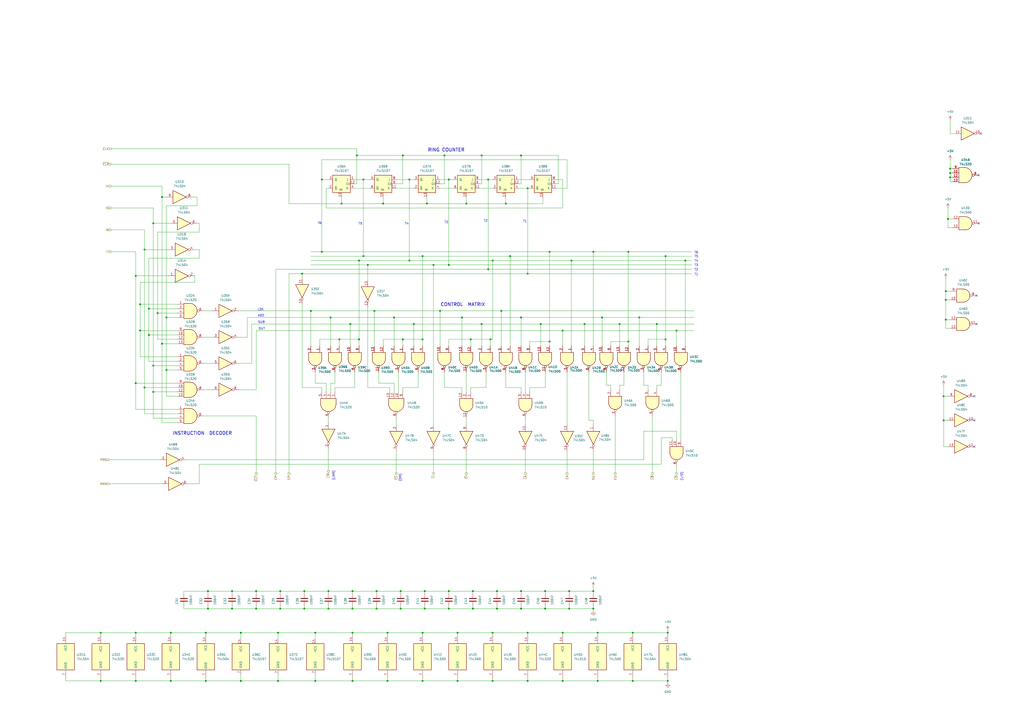
<source format=kicad_sch>
(kicad_sch (version 20231120) (generator "eeschema") (generator_version "8.0")
  (paper "A2")
  (title_block (title "ISAP-1 COMPUTER") (date "2024-11-27") (rev "Version 1") (comment 1 "by Linca Marius Gheorghe") (comment 3 "Control Unit"))
  (junction (at 293.37 118.11))
  (junction (at 265.43 367.03))
  (junction (at 364.49 198.12))
  (junction (at 218.44 342.9))
  (junction (at 547.37 243.84))
  (junction (at 331.47 151.13))
  (junction (at 295.91 148.59))
  (junction (at 246.38 342.9))
  (junction (at 279.4 90.17))
  (junction (at 283.21 156.21))
  (junction (at 191.77 184.15))
  (junction (at 186.69 146.05))
  (junction (at 78.74 367.03))
  (junction (at 284.48 196.85))
  (junction (at 203.2 187.96))
  (junction (at 302.26 90.17))
  (junction (at 224.79 394.97))
  (junction (at 387.35 394.97))
  (junction (at 93.98 114.3))
  (junction (at 78.74 394.97))
  (junction (at 139.7 394.97))
  (junction (at 260.35 342.9))
  (junction (at 313.69 187.96))
  (junction (at 204.47 367.03))
  (junction (at 367.03 367.03))
  (junction (at 237.49 104.14))
  (junction (at 83.82 144.78))
  (junction (at 265.43 394.97))
  (junction (at 302.26 342.9))
  (junction (at 548.64 185.42))
  (junction (at 370.84 184.15))
  (junction (at 162.56 353.06))
  (junction (at 270.51 118.11))
  (junction (at 119.38 367.03))
  (junction (at 316.23 353.06))
  (junction (at 148.59 342.9))
  (junction (at 392.43 191.77))
  (junction (at 260.35 104.14))
  (junction (at 285.75 394.97))
  (junction (at 367.03 394.97))
  (junction (at 359.41 187.96))
  (junction (at 210.82 148.59))
  (junction (at 306.07 109.22))
  (junction (at 283.21 104.14))
  (junction (at 182.88 367.03))
  (junction (at 257.81 90.17))
  (junction (at 148.59 353.06))
  (junction (at 93.98 199.39))
  (junction (at 285.75 151.13))
  (junction (at 279.4 187.96))
  (junction (at 551.18 102.87))
  (junction (at 208.28 151.13))
  (junction (at 83.82 224.79))
  (junction (at 233.68 196.85))
  (junction (at 175.26 158.75))
  (junction (at 213.36 153.67))
  (junction (at 344.17 146.05))
  (junction (at 210.82 104.14))
  (junction (at 81.28 191.77))
  (junction (at 274.32 342.9))
  (junction (at 88.9 212.09))
  (junction (at 349.25 184.15))
  (junction (at 198.12 118.11))
  (junction (at 255.27 180.34))
  (junction (at 306.07 367.03))
  (junction (at 364.49 146.05))
  (junction (at 162.56 342.9))
  (junction (at 204.47 394.97))
  (junction (at 161.29 367.03))
  (junction (at 86.36 194.31))
  (junction (at 246.38 353.06))
  (junction (at 330.2 353.06))
  (junction (at 228.6 184.15))
  (junction (at 549.91 127))
  (junction (at 245.11 394.97))
  (junction (at 119.38 394.97))
  (junction (at 247.65 118.11))
  (junction (at 344.17 342.9))
  (junction (at 134.62 353.06))
  (junction (at 306.07 158.75))
  (junction (at 288.29 342.9))
  (junction (at 190.5 353.06))
  (junction (at 58.42 367.03))
  (junction (at 339.09 187.96))
  (junction (at 245.11 148.59))
  (junction (at 182.88 394.97))
  (junction (at 274.32 353.06))
  (junction (at 306.07 394.97))
  (junction (at 91.44 181.61))
  (junction (at 302.26 184.15))
  (junction (at 232.41 353.06))
  (junction (at 237.49 151.13))
  (junction (at 326.39 394.97))
  (junction (at 326.39 367.03))
  (junction (at 260.35 353.06))
  (junction (at 240.03 187.96))
  (junction (at 302.26 353.06))
  (junction (at 218.44 353.06))
  (junction (at 81.28 176.53))
  (junction (at 208.28 196.85))
  (junction (at 346.71 394.97))
  (junction (at 180.34 180.34))
  (junction (at 318.77 146.05))
  (junction (at 176.53 353.06))
  (junction (at 186.69 104.14))
  (junction (at 326.39 191.77))
  (junction (at 381 187.96))
  (junction (at 120.65 342.9))
  (junction (at 217.17 180.34))
  (junction (at 120.65 353.06))
  (junction (at 251.46 153.67))
  (junction (at 139.7 367.03))
  (junction (at 397.51 151.13))
  (junction (at 245.11 196.85))
  (junction (at 222.25 118.11))
  (junction (at 551.18 97.79))
  (junction (at 96.52 214.63))
  (junction (at 196.85 196.85))
  (junction (at 547.37 229.87))
  (junction (at 78.74 160.02))
  (junction (at 207.01 90.17))
  (junction (at 176.53 342.9))
  (junction (at 88.9 227.33))
  (junction (at 161.29 394.97))
  (junction (at 330.2 342.9))
  (junction (at 245.11 367.03))
  (junction (at 548.64 173.99))
  (junction (at 344.17 353.06))
  (junction (at 346.71 367.03))
  (junction (at 386.08 196.85))
  (junction (at 551.18 100.33))
  (junction (at 86.36 179.07))
  (junction (at 387.35 367.03))
  (junction (at 548.64 168.91))
  (junction (at 285.75 367.03))
  (junction (at 290.83 180.34))
  (junction (at 386.08 148.59))
  (junction (at 204.47 353.06))
  (junction (at 318.77 198.12))
  (junction (at 273.05 196.85))
  (junction (at 134.62 342.9))
  (junction (at 224.79 367.03))
  (junction (at 96.52 184.15))
  (junction (at 260.35 153.67))
  (junction (at 88.9 129.54))
  (junction (at 233.68 90.17))
  (junction (at 190.5 342.9))
  (junction (at 267.97 184.15))
  (junction (at 58.42 394.97))
  (junction (at 316.23 342.9))
  (junction (at 99.06 367.03))
  (junction (at 232.41 342.9))
  (junction (at 288.29 353.06))
  (junction (at 99.06 394.97))
  (junction (at 204.47 342.9))
  (junction (at 78.74 222.25))
  (no_connect (at 566.42 171.45))
  (no_connect (at 568.96 77.47))
  (no_connect (at 567.69 129.54))
  (no_connect (at 567.69 101.6))
  (no_connect (at 565.15 259.08))
  (no_connect (at 565.15 229.87))
  (no_connect (at 565.15 243.84))
  (no_connect (at 566.42 187.96))
  (wire (pts (xy 233.68 90.17) (xy 257.81 90.17)))
  (wire (pts (xy 255.27 106.68) (xy 257.81 106.68)))
  (wire (pts (xy 279.4 187.96) (xy 279.4 200.66)))
  (wire (pts (xy 549.91 120.65) (xy 549.91 127)))
  (wire (pts (xy 302.26 342.9) (xy 302.26 344.17)))
  (wire (pts (xy 226.06 224.79) (xy 213.36 224.79)))
  (wire (pts (xy 273.05 196.85) (xy 273.05 200.66)))
  (wire (pts (xy 88.9 212.09) (xy 102.87 212.09)))
  (wire (pts (xy 246.38 342.9) (xy 260.35 342.9)))
  (wire (pts (xy 58.42 367.03) (xy 58.42 368.3)))
  (wire (pts (xy 176.53 353.06) (xy 176.53 351.79)))
  (wire (pts (xy 120.65 342.9) (xy 120.65 344.17)))
  (wire (pts (xy 81.28 191.77) (xy 102.87 191.77)))
  (wire (pts (xy 138.43 180.34) (xy 180.34 180.34)))
  (wire (pts (xy 115.57 144.78) (xy 115.57 149.86)))
  (wire (pts (xy 180.34 148.59) (xy 210.82 148.59)))
  (wire (pts (xy 279.4 90.17) (xy 257.81 90.17)))
  (wire (pts (xy 78.74 146.05) (xy 78.74 160.02)))
  (wire (pts (xy 318.77 146.05) (xy 344.17 146.05)))
  (wire (pts (xy 381 226.06) (xy 381 223.52)))
  (wire (pts (xy 93.98 245.11) (xy 102.87 245.11)))
  (wire (pts (xy 88.9 212.09) (xy 88.9 227.33)))
  (wire (pts (xy 64.77 107.95) (xy 93.98 107.95)))
  (wire (pts (xy 148.59 342.9) (xy 148.59 344.17)))
  (wire (pts (xy 364.49 146.05) (xy 364.49 198.12)))
  (wire (pts (xy 285.75 394.97) (xy 306.07 394.97)))
  (wire (pts (xy 232.41 342.9) (xy 246.38 342.9)))
  (wire (pts (xy 64.77 95.25) (xy 167.64 95.25)))
  (wire (pts (xy 387.35 365.76) (xy 387.35 367.03)))
  (wire (pts (xy 91.44 196.85) (xy 102.87 196.85)))
  (wire (pts (xy 270.51 261.62) (xy 270.51 274.32)))
  (wire (pts (xy 115.57 134.62) (xy 91.44 134.62)))
  (wire (pts (xy 288.29 342.9) (xy 288.29 344.17)))
  (wire (pts (xy 63.5 280.67) (xy 93.98 280.67)))
  (wire (pts (xy 245.11 148.59) (xy 245.11 196.85)))
  (wire (pts (xy 392.43 250.19) (xy 392.43 255.27)))
  (wire (pts (xy 139.7 394.97) (xy 161.29 394.97)))
  (wire (pts (xy 551.18 102.87) (xy 551.18 105.41)))
  (wire (pts (xy 548.64 185.42) (xy 548.64 190.5)))
  (wire (pts (xy 224.79 394.97) (xy 245.11 394.97)))
  (wire (pts (xy 233.68 224.79) (xy 242.57 224.79)))
  (wire (pts (xy 240.03 187.96) (xy 240.03 200.66)))
  (wire (pts (xy 86.36 149.86) (xy 86.36 179.07)))
  (wire (pts (xy 167.64 118.11) (xy 198.12 118.11)))
  (wire (pts (xy 191.77 227.33) (xy 191.77 222.25)))
  (wire (pts (xy 265.43 394.97) (xy 285.75 394.97)))
  (wire (pts (xy 313.69 187.96) (xy 313.69 200.66)))
  (wire (pts (xy 300.99 109.22) (xy 306.07 109.22)))
  (wire (pts (xy 213.36 153.67) (xy 213.36 162.56)))
  (wire (pts (xy 162.56 353.06) (xy 176.53 353.06)))
  (wire (pts (xy 346.71 394.97) (xy 346.71 393.7)))
  (wire (pts (xy 549.91 259.08) (xy 547.37 259.08)))
  (wire (pts (xy 208.28 151.13) (xy 237.49 151.13)))
  (wire (pts (xy 185.42 196.85) (xy 196.85 196.85)))
  (wire (pts (xy 288.29 353.06) (xy 288.29 351.79)))
  (wire (pts (xy 302.26 90.17) (xy 302.26 106.68)))
  (wire (pts (xy 229.87 109.22) (xy 240.03 109.22)))
  (wire (pts (xy 326.39 191.77) (xy 392.43 191.77)))
  (wire (pts (xy 245.11 367.03) (xy 265.43 367.03)))
  (wire (pts (xy 354.33 200.66) (xy 354.33 198.12)))
  (wire (pts (xy 302.26 184.15) (xy 349.25 184.15)))
  (wire (pts (xy 190.5 342.9) (xy 204.47 342.9)))
  (wire (pts (xy 314.96 118.11) (xy 293.37 118.11)))
  (wire (pts (xy 344.17 342.9) (xy 344.17 344.17)))
  (wire (pts (xy 213.36 177.8) (xy 213.36 224.79)))
  (wire (pts (xy 304.8 242.57) (xy 304.8 246.38)))
  (wire (pts (xy 326.39 367.03) (xy 326.39 368.3)))
  (wire (pts (xy 148.59 191.77) (xy 326.39 191.77)))
  (wire (pts (xy 302.26 353.06) (xy 316.23 353.06)))
  (wire (pts (xy 255.27 104.14) (xy 260.35 104.14)))
  (wire (pts (xy 167.64 158.75) (xy 167.64 274.32)))
  (wire (pts (xy 205.74 106.68) (xy 207.01 106.68)))
  (wire (pts (xy 548.64 185.42) (xy 551.18 185.42)))
  (wire (pts (xy 88.9 227.33) (xy 88.9 242.57)))
  (wire (pts (xy 273.05 224.79) (xy 281.94 224.79)))
  (wire (pts (xy 148.59 342.9) (xy 162.56 342.9)))
  (wire (pts (xy 245.11 148.59) (xy 295.91 148.59)))
  (wire (pts (xy 78.74 393.7) (xy 78.74 394.97)))
  (wire (pts (xy 354.33 223.52) (xy 351.79 223.52)))
  (wire (pts (xy 330.2 342.9) (xy 330.2 344.17)))
  (wire (pts (xy 228.6 227.33) (xy 228.6 222.25)))
  (wire (pts (xy 81.28 176.53) (xy 102.87 176.53)))
  (wire (pts (xy 161.29 394.97) (xy 182.88 394.97)))
  (wire (pts (xy 551.18 100.33) (xy 552.45 100.33)))
  (wire (pts (xy 194.31 227.33) (xy 194.31 224.79)))
  (wire (pts (xy 83.82 133.35) (xy 83.82 144.78)))
  (wire (pts (xy 267.97 227.33) (xy 267.97 224.79)))
  (wire (pts (xy 207.01 90.17) (xy 233.68 90.17)))
  (wire (pts (xy 383.54 223.52) (xy 383.54 215.9)))
  (wire (pts (xy 323.85 106.68) (xy 323.85 90.17)))
  (wire (pts (xy 255.27 109.22) (xy 262.89 109.22)))
  (wire (pts (xy 106.68 353.06) (xy 120.65 353.06)))
  (wire (pts (xy 331.47 151.13) (xy 331.47 200.66)))
  (wire (pts (xy 344.17 146.05) (xy 364.49 146.05)))
  (wire (pts (xy 260.35 342.9) (xy 260.35 344.17)))
  (wire (pts (xy 383.54 269.24) (xy 383.54 254)))
  (wire (pts (xy 346.71 394.97) (xy 367.03 394.97)))
  (wire (pts (xy 180.34 153.67) (xy 213.36 153.67)))
  (wire (pts (xy 364.49 198.12) (xy 364.49 200.66)))
  (wire (pts (xy 274.32 342.9) (xy 288.29 342.9)))
  (wire (pts (xy 78.74 160.02) (xy 97.79 160.02)))
  (wire (pts (xy 551.18 100.33) (xy 551.18 102.87)))
  (wire (pts (xy 273.05 196.85) (xy 284.48 196.85)))
  (wire (pts (xy 307.34 224.79) (xy 316.23 224.79)))
  (wire (pts (xy 306.07 109.22) (xy 307.34 109.22)))
  (wire (pts (xy 293.37 114.3) (xy 293.37 118.11)))
  (wire (pts (xy 186.69 92.71) (xy 328.93 92.71)))
  (wire (pts (xy 78.74 367.03) (xy 99.06 367.03)))
  (wire (pts (xy 397.51 151.13) (xy 397.51 200.66)))
  (wire (pts (xy 328.93 261.62) (xy 328.93 274.32)))
  (wire (pts (xy 274.32 342.9) (xy 274.32 344.17)))
  (wire (pts (xy 359.41 223.52) (xy 361.95 223.52)))
  (wire (pts (xy 106.68 342.9) (xy 120.65 342.9)))
  (wire (pts (xy 118.11 241.3) (xy 148.59 241.3)))
  (wire (pts (xy 162.56 353.06) (xy 162.56 351.79)))
  (wire (pts (xy 364.49 146.05) (xy 401.32 146.05)))
  (wire (pts (xy 233.68 196.85) (xy 233.68 200.66)))
  (wire (pts (xy 148.59 353.06) (xy 162.56 353.06)))
  (wire (pts (xy 78.74 367.03) (xy 78.74 368.3)))
  (wire (pts (xy 260.35 196.85) (xy 273.05 196.85)))
  (wire (pts (xy 118.11 226.06) (xy 123.19 226.06)))
  (wire (pts (xy 381 187.96) (xy 402.59 187.96)))
  (wire (pts (xy 189.23 222.25) (xy 182.88 222.25)))
  (wire (pts (xy 175.26 176.53) (xy 175.26 224.79)))
  (wire (pts (xy 314.96 114.3) (xy 314.96 118.11)))
  (wire (pts (xy 549.91 132.08) (xy 552.45 132.08)))
  (wire (pts (xy 210.82 148.59) (xy 245.11 148.59)))
  (wire (pts (xy 210.82 104.14) (xy 214.63 104.14)))
  (wire (pts (xy 96.52 184.15) (xy 96.52 214.63)))
  (wire (pts (xy 93.98 114.3) (xy 93.98 107.95)))
  (wire (pts (xy 551.18 97.79) (xy 551.18 100.33)))
  (wire (pts (xy 233.68 90.17) (xy 233.68 106.68)))
  (wire (pts (xy 274.32 353.06) (xy 288.29 353.06)))
  (wire (pts (xy 274.32 353.06) (xy 274.32 351.79)))
  (wire (pts (xy 143.51 184.15) (xy 191.77 184.15)))
  (wire (pts (xy 204.47 367.03) (xy 204.47 368.3)))
  (wire (pts (xy 96.52 184.15) (xy 102.87 184.15)))
  (wire (pts (xy 83.82 224.79) (xy 102.87 224.79)))
  (wire (pts (xy 316.23 224.79) (xy 316.23 215.9)))
  (wire (pts (xy 386.08 196.85) (xy 386.08 200.66)))
  (wire (pts (xy 300.99 104.14) (xy 307.34 104.14)))
  (wire (pts (xy 229.87 104.14) (xy 237.49 104.14)))
  (wire (pts (xy 189.23 120.65) (xy 326.39 120.65)))
  (wire (pts (xy 293.37 224.79) (xy 293.37 215.9)))
  (wire (pts (xy 373.38 223.52) (xy 375.92 223.52)))
  (wire (pts (xy 397.51 151.13) (xy 401.32 151.13)))
  (wire (pts (xy 148.59 226.06) (xy 148.59 191.77)))
  (wire (pts (xy 237.49 104.14) (xy 240.03 104.14)))
  (wire (pts (xy 99.06 367.03) (xy 99.06 368.3)))
  (wire (pts (xy 270.51 114.3) (xy 270.51 118.11)))
  (wire (pts (xy 285.75 394.97) (xy 285.75 393.7)))
  (wire (pts (xy 251.46 153.67) (xy 260.35 153.67)))
  (wire (pts (xy 295.91 148.59) (xy 386.08 148.59)))
  (wire (pts (xy 205.74 109.22) (xy 214.63 109.22)))
  (wire (pts (xy 83.82 224.79) (xy 83.82 240.03)))
  (wire (pts (xy 304.8 215.9) (xy 304.8 227.33)))
  (wire (pts (xy 302.26 90.17) (xy 279.4 90.17)))
  (wire (pts (xy 91.44 134.62) (xy 91.44 181.61)))
  (wire (pts (xy 194.31 224.79) (xy 205.74 224.79)))
  (wire (pts (xy 354.33 226.06) (xy 354.33 223.52)))
  (wire (pts (xy 373.38 250.19) (xy 392.43 250.19)))
  (wire (pts (xy 139.7 367.03) (xy 161.29 367.03)))
  (wire (pts (xy 232.41 353.06) (xy 246.38 353.06)))
  (wire (pts (xy 218.44 353.06) (xy 232.41 353.06)))
  (wire (pts (xy 548.64 168.91) (xy 551.18 168.91)))
  (wire (pts (xy 381 187.96) (xy 381 200.66)))
  (wire (pts (xy 205.74 104.14) (xy 210.82 104.14)))
  (wire (pts (xy 58.42 367.03) (xy 78.74 367.03)))
  (wire (pts (xy 203.2 200.66) (xy 203.2 187.96)))
  (wire (pts (xy 328.93 109.22) (xy 328.93 92.71)))
  (wire (pts (xy 190.5 342.9) (xy 190.5 344.17)))
  (wire (pts (xy 330.2 342.9) (xy 344.17 342.9)))
  (wire (pts (xy 138.43 195.58) (xy 143.51 195.58)))
  (wire (pts (xy 203.2 187.96) (xy 240.03 187.96)))
  (wire (pts (xy 279.4 106.68) (xy 279.4 90.17)))
  (wire (pts (xy 118.11 195.58) (xy 123.19 195.58)))
  (wire (pts (xy 260.35 104.14) (xy 260.35 153.67)))
  (wire (pts (xy 237.49 151.13) (xy 285.75 151.13)))
  (wire (pts (xy 302.26 227.33) (xy 302.26 224.79)))
  (wire (pts (xy 180.34 180.34) (xy 180.34 200.66)))
  (wire (pts (xy 64.77 133.35) (xy 83.82 133.35)))
  (wire (pts (xy 245.11 196.85) (xy 245.11 200.66)))
  (wire (pts (xy 93.98 114.3) (xy 96.52 114.3)))
  (wire (pts (xy 175.26 158.75) (xy 175.26 161.29)))
  (wire (pts (xy 267.97 224.79) (xy 257.81 224.79)))
  (wire (pts (xy 217.17 180.34) (xy 217.17 200.66)))
  (wire (pts (xy 180.34 180.34) (xy 217.17 180.34)))
  (wire (pts (xy 284.48 196.85) (xy 285.75 196.85)))
  (wire (pts (xy 81.28 207.01) (xy 102.87 207.01)))
  (wire (pts (xy 304.8 261.62) (xy 304.8 274.32)))
  (wire (pts (xy 190.5 242.57) (xy 190.5 245.11)))
  (wire (pts (xy 228.6 184.15) (xy 228.6 200.66)))
  (wire (pts (xy 109.22 280.67) (xy 115.57 280.67)))
  (wire (pts (xy 139.7 391.16) (xy 139.7 394.97)))
  (wire (pts (xy 260.35 153.67) (xy 401.32 153.67)))
  (wire (pts (xy 118.11 210.82) (xy 123.19 210.82)))
  (wire (pts (xy 255.27 180.34) (xy 290.83 180.34)))
  (wire (pts (xy 257.81 106.68) (xy 257.81 90.17)))
  (wire (pts (xy 392.43 191.77) (xy 402.59 191.77)))
  (wire (pts (xy 551.18 92.71) (xy 551.18 97.79)))
  (wire (pts (xy 182.88 394.97) (xy 204.47 394.97)))
  (wire (pts (xy 386.08 148.59) (xy 386.08 196.85)))
  (wire (pts (xy 78.74 222.25) (xy 78.74 237.49)))
  (wire (pts (xy 204.47 394.97) (xy 224.79 394.97)))
  (wire (pts (xy 322.58 109.22) (xy 328.93 109.22)))
  (wire (pts (xy 381 223.52) (xy 383.54 223.52)))
  (wire (pts (xy 191.77 200.66) (xy 191.77 184.15)))
  (wire (pts (xy 64.77 86.36) (xy 207.01 86.36)))
  (wire (pts (xy 175.26 158.75) (xy 306.07 158.75)))
  (wire (pts (xy 134.62 353.06) (xy 134.62 351.79)))
  (wire (pts (xy 113.03 163.83) (xy 81.28 163.83)))
  (wire (pts (xy 270.51 242.57) (xy 270.51 246.38)))
  (wire (pts (xy 218.44 342.9) (xy 218.44 344.17)))
  (wire (pts (xy 265.43 394.97) (xy 265.43 393.7)))
  (wire (pts (xy 190.5 353.06) (xy 190.5 351.79)))
  (wire (pts (xy 344.17 353.06) (xy 344.17 354.33)))
  (wire (pts (xy 339.09 187.96) (xy 359.41 187.96)))
  (wire (pts (xy 194.31 222.25) (xy 194.31 215.9)))
  (wire (pts (xy 113.03 144.78) (xy 115.57 144.78)))
  (wire (pts (xy 180.34 151.13) (xy 208.28 151.13)))
  (wire (pts (xy 387.35 367.03) (xy 387.35 368.3)))
  (wire (pts (xy 186.69 227.33) (xy 186.69 224.79)))
  (wire (pts (xy 161.29 367.03) (xy 182.88 367.03)))
  (wire (pts (xy 207.01 106.68) (xy 207.01 90.17)))
  (wire (pts (xy 285.75 367.03) (xy 306.07 367.03)))
  (wire (pts (xy 246.38 353.06) (xy 260.35 353.06)))
  (wire (pts (xy 281.94 224.79) (xy 281.94 215.9)))
  (wire (pts (xy 367.03 394.97) (xy 367.03 393.7)))
  (wire (pts (xy 367.03 394.97) (xy 387.35 394.97)))
  (wire (pts (xy 285.75 367.03) (xy 285.75 368.3)))
  (wire (pts (xy 326.39 394.97) (xy 346.71 394.97)))
  (wire (pts (xy 232.41 342.9) (xy 232.41 344.17)))
  (wire (pts (xy 285.75 151.13) (xy 285.75 196.85)))
  (wire (pts (xy 222.25 118.11) (xy 222.25 114.3)))
  (wire (pts (xy 293.37 118.11) (xy 270.51 118.11)))
  (wire (pts (xy 78.74 237.49) (xy 102.87 237.49)))
  (wire (pts (xy 176.53 342.9) (xy 190.5 342.9)))
  (wire (pts (xy 190.5 260.35) (xy 190.5 273.05)))
  (wire (pts (xy 138.43 226.06) (xy 148.59 226.06)))
  (wire (pts (xy 114.3 114.3) (xy 114.3 119.38)))
  (wire (pts (xy 207.01 86.36) (xy 207.01 90.17)))
  (wire (pts (xy 160.02 156.21) (xy 283.21 156.21)))
  (wire (pts (xy 162.56 342.9) (xy 176.53 342.9)))
  (wire (pts (xy 245.11 394.97) (xy 265.43 394.97)))
  (wire (pts (xy 204.47 353.06) (xy 204.47 351.79)))
  (wire (pts (xy 306.07 109.22) (xy 306.07 158.75)))
  (wire (pts (xy 278.13 109.22) (xy 285.75 109.22)))
  (wire (pts (xy 86.36 179.07) (xy 86.36 194.31)))
  (wire (pts (xy 302.26 342.9) (xy 316.23 342.9)))
  (wire (pts (xy 255.27 180.34) (xy 255.27 200.66)))
  (wire (pts (xy 204.47 353.06) (xy 218.44 353.06)))
  (wire (pts (xy 331.47 151.13) (xy 397.51 151.13)))
  (wire (pts (xy 86.36 194.31) (xy 86.36 209.55)))
  (wire (pts (xy 208.28 196.85) (xy 208.28 200.66)))
  (wire (pts (xy 549.91 127) (xy 552.45 127)))
  (wire (pts (xy 302.26 353.06) (xy 302.26 351.79)))
  (wire (pts (xy 185.42 200.66) (xy 185.42 196.85)))
  (wire (pts (xy 63.5 266.7) (xy 92.71 266.7)))
  (wire (pts (xy 204.47 342.9) (xy 204.47 344.17)))
  (wire (pts (xy 81.28 163.83) (xy 81.28 176.53)))
  (wire (pts (xy 383.54 254) (xy 389.89 254)))
  (wire (pts (xy 260.35 353.06) (xy 260.35 351.79)))
  (wire (pts (xy 232.41 353.06) (xy 232.41 351.79)))
  (wire (pts (xy 288.29 342.9) (xy 302.26 342.9)))
  (wire (pts (xy 273.05 227.33) (xy 273.05 224.79)))
  (wire (pts (xy 93.98 199.39) (xy 93.98 245.11)))
  (wire (pts (xy 373.38 223.52) (xy 373.38 215.9)))
  (wire (pts (xy 38.1 394.97) (xy 58.42 394.97)))
  (wire (pts (xy 349.25 184.15) (xy 349.25 200.66)))
  (wire (pts (xy 300.99 106.68) (xy 302.26 106.68)))
  (wire (pts (xy 257.81 224.79) (xy 257.81 215.9)))
  (wire (pts (xy 247.65 118.11) (xy 222.25 118.11)))
  (wire (pts (xy 351.79 223.52) (xy 351.79 215.9)))
  (wire (pts (xy 146.05 187.96) (xy 203.2 187.96)))
  (wire (pts (xy 367.03 367.03) (xy 367.03 368.3)))
  (wire (pts (xy 148.59 353.06) (xy 148.59 351.79)))
  (wire (pts (xy 283.21 104.14) (xy 283.21 156.21)))
  (wire (pts (xy 138.43 210.82) (xy 146.05 210.82)))
  (wire (pts (xy 307.34 227.33) (xy 307.34 224.79)))
  (wire (pts (xy 204.47 342.9) (xy 218.44 342.9)))
  (wire (pts (xy 549.91 243.84) (xy 547.37 243.84)))
  (wire (pts (xy 387.35 393.7) (xy 387.35 394.97)))
  (wire (pts (xy 91.44 181.61) (xy 102.87 181.61)))
  (wire (pts (xy 113.03 160.02) (xy 113.03 163.83)))
  (wire (pts (xy 119.38 393.7) (xy 119.38 394.97)))
  (wire (pts (xy 344.17 353.06) (xy 344.17 351.79)))
  (wire (pts (xy 78.74 222.25) (xy 102.87 222.25)))
  (wire (pts (xy 548.64 173.99) (xy 551.18 173.99)))
  (wire (pts (xy 196.85 196.85) (xy 196.85 200.66)))
  (wire (pts (xy 270.51 118.11) (xy 247.65 118.11)))
  (wire (pts (xy 326.39 120.65) (xy 326.39 104.14)))
  (wire (pts (xy 78.74 160.02) (xy 78.74 222.25)))
  (wire (pts (xy 190.5 109.22) (xy 189.23 109.22)))
  (wire (pts (xy 93.98 199.39) (xy 102.87 199.39)))
  (wire (pts (xy 313.69 187.96) (xy 339.09 187.96)))
  (wire (pts (xy 316.23 353.06) (xy 330.2 353.06)))
  (wire (pts (xy 208.28 196.85) (xy 208.28 151.13)))
  (wire (pts (xy 551.18 77.47) (xy 551.18 69.85)))
  (wire (pts (xy 186.69 146.05) (xy 318.77 146.05)))
  (wire (pts (xy 81.28 176.53) (xy 81.28 191.77)))
  (wire (pts (xy 83.82 144.78) (xy 97.79 144.78)))
  (wire (pts (xy 58.42 394.97) (xy 78.74 394.97)))
  (wire (pts (xy 265.43 367.03) (xy 265.43 368.3)))
  (wire (pts (xy 370.84 184.15) (xy 370.84 200.66)))
  (wire (pts (xy 367.03 367.03) (xy 387.35 367.03)))
  (wire (pts (xy 279.4 187.96) (xy 313.69 187.96)))
  (wire (pts (xy 548.64 173.99) (xy 548.64 185.42)))
  (wire (pts (xy 328.93 215.9) (xy 328.93 246.38)))
  (wire (pts (xy 547.37 259.08) (xy 547.37 243.84)))
  (wire (pts (xy 549.91 229.87) (xy 547.37 229.87)))
  (wire (pts (xy 344.17 261.62) (xy 344.17 274.32)))
  (wire (pts (xy 161.29 391.16) (xy 161.29 394.97)))
  (wire (pts (xy 196.85 196.85) (xy 208.28 196.85)))
  (wire (pts (xy 233.68 227.33) (xy 233.68 224.79)))
  (wire (pts (xy 361.95 223.52) (xy 361.95 215.9)))
  (wire (pts (xy 111.76 114.3) (xy 114.3 114.3)))
  (wire (pts (xy 284.48 200.66) (xy 284.48 196.85)))
  (wire (pts (xy 387.35 394.97) (xy 387.35 396.24)))
  (wire (pts (xy 344.17 146.05) (xy 344.17 200.66)))
  (wire (pts (xy 134.62 353.06) (xy 148.59 353.06)))
  (wire (pts (xy 306.07 367.03) (xy 306.07 368.3)))
  (wire (pts (xy 229.87 242.57) (xy 229.87 246.38)))
  (wire (pts (xy 270.51 215.9) (xy 270.51 227.33)))
  (wire (pts (xy 198.12 114.3) (xy 198.12 118.11)))
  (wire (pts (xy 115.57 280.67) (xy 115.57 269.24)))
  (wire (pts (xy 218.44 353.06) (xy 218.44 351.79)))
  (wire (pts (xy 120.65 351.79) (xy 120.65 353.06)))
  (wire (pts (xy 114.3 129.54) (xy 115.57 129.54)))
  (wire (pts (xy 394.97 215.9) (xy 394.97 255.27)))
  (wire (pts (xy 251.46 153.67) (xy 251.46 246.38)))
  (wire (pts (xy 322.58 106.68) (xy 323.85 106.68)))
  (wire (pts (xy 302.26 90.17) (xy 323.85 90.17)))
  (wire (pts (xy 88.9 242.57) (xy 102.87 242.57)))
  (wire (pts (xy 307.34 200.66) (xy 307.34 198.12)))
  (wire (pts (xy 210.82 104.14) (xy 210.82 148.59)))
  (wire (pts (xy 228.6 184.15) (xy 267.97 184.15)))
  (wire (pts (xy 375.92 226.06) (xy 375.92 223.52)))
  (wire (pts (xy 64.77 120.65) (xy 88.9 120.65)))
  (wire (pts (xy 326.39 191.77) (xy 326.39 200.66)))
  (wire (pts (xy 86.36 194.31) (xy 102.87 194.31)))
  (wire (pts (xy 115.57 149.86) (xy 86.36 149.86)))
  (wire (pts (xy 180.34 146.05) (xy 186.69 146.05)))
  (wire (pts (xy 307.34 198.12) (xy 318.77 198.12)))
  (wire (pts (xy 346.71 367.03) (xy 367.03 367.03)))
  (wire (pts (xy 346.71 367.03) (xy 346.71 368.3)))
  (wire (pts (xy 330.2 353.06) (xy 330.2 351.79)))
  (wire (pts (xy 88.9 129.54) (xy 99.06 129.54)))
  (wire (pts (xy 224.79 367.03) (xy 224.79 368.3)))
  (wire (pts (xy 349.25 184.15) (xy 370.84 184.15)))
  (wire (pts (xy 119.38 367.03) (xy 139.7 367.03)))
  (wire (pts (xy 83.82 240.03) (xy 102.87 240.03)))
  (wire (pts (xy 167.64 158.75) (xy 175.26 158.75)))
  (wire (pts (xy 86.36 209.55) (xy 102.87 209.55)))
  (wire (pts (xy 551.18 102.87) (xy 552.45 102.87)))
  (wire (pts (xy 99.06 394.97) (xy 119.38 394.97)))
  (wire (pts (xy 285.75 151.13) (xy 331.47 151.13)))
  (wire (pts (xy 231.14 215.9) (xy 231.14 227.33)))
  (wire (pts (xy 306.07 367.03) (xy 326.39 367.03)))
  (wire (pts (xy 162.56 342.9) (xy 162.56 344.17)))
  (wire (pts (xy 219.71 215.9) (xy 219.71 222.25)))
  (wire (pts (xy 326.39 394.97) (xy 326.39 393.7)))
  (wire (pts (xy 290.83 180.34) (xy 402.59 180.34)))
  (wire (pts (xy 120.65 342.9) (xy 134.62 342.9)))
  (wire (pts (xy 389.89 254) (xy 389.89 255.27)))
  (wire (pts (xy 186.69 104.14) (xy 186.69 146.05)))
  (wire (pts (xy 160.02 156.21) (xy 160.02 274.32)))
  (wire (pts (xy 224.79 367.03) (xy 245.11 367.03)))
  (wire (pts (xy 182.88 391.16) (xy 182.88 394.97)))
  (wire (pts (xy 88.9 129.54) (xy 88.9 212.09)))
  (wire (pts (xy 316.23 342.9) (xy 330.2 342.9)))
  (wire (pts (xy 378.46 241.3) (xy 378.46 274.32)))
  (wire (pts (xy 551.18 97.79) (xy 552.45 97.79)))
  (wire (pts (xy 81.28 191.77) (xy 81.28 207.01)))
  (wire (pts (xy 288.29 353.06) (xy 302.26 353.06)))
  (wire (pts (xy 283.21 104.14) (xy 285.75 104.14)))
  (wire (pts (xy 167.64 95.25) (xy 167.64 118.11)))
  (wire (pts (xy 218.44 342.9) (xy 232.41 342.9)))
  (wire (pts (xy 386.08 148.59) (xy 401.32 148.59)))
  (wire (pts (xy 341.63 215.9) (xy 341.63 243.84)))
  (wire (pts (xy 548.64 161.29) (xy 548.64 168.91)))
  (wire (pts (xy 359.41 226.06) (xy 359.41 223.52)))
  (wire (pts (xy 246.38 342.9) (xy 246.38 344.17)))
  (wire (pts (xy 189.23 227.33) (xy 189.23 222.25)))
  (wire (pts (xy 143.51 195.58) (xy 143.51 184.15)))
  (wire (pts (xy 139.7 367.03) (xy 139.7 370.84)))
  (wire (pts (xy 278.13 106.68) (xy 279.4 106.68)))
  (wire (pts (xy 547.37 223.52) (xy 547.37 229.87)))
  (wire (pts (xy 370.84 184.15) (xy 402.59 184.15)))
  (wire (pts (xy 114.3 119.38) (xy 96.52 119.38)))
  (wire (pts (xy 392.43 200.66) (xy 392.43 191.77)))
  (wire (pts (xy 278.13 104.14) (xy 283.21 104.14)))
  (wire (pts (xy 330.2 353.06) (xy 344.17 353.06)))
  (wire (pts (xy 251.46 261.62) (xy 251.46 274.32)))
  (wire (pts (xy 182.88 222.25) (xy 182.88 215.9)))
  (wire (pts (xy 267.97 184.15) (xy 267.97 200.66)))
  (wire (pts (xy 204.47 394.97) (xy 204.47 393.7)))
  (wire (pts (xy 190.5 353.06) (xy 204.47 353.06)))
  (wire (pts (xy 233.68 196.85) (xy 245.11 196.85)))
  (wire (pts (xy 106.68 344.17) (xy 106.68 342.9)))
  (wire (pts (xy 96.52 214.63) (xy 96.52 229.87)))
  (wire (pts (xy 322.58 104.14) (xy 326.39 104.14)))
  (wire (pts (xy 339.09 187.96) (xy 339.09 200.66)))
  (wire (pts (xy 306.07 158.75) (xy 401.32 158.75)))
  (wire (pts (xy 247.65 114.3) (xy 247.65 118.11)))
  (wire (pts (xy 190.5 104.14) (xy 186.69 104.14)))
  (wire (pts (xy 356.87 241.3) (xy 356.87 274.32)))
  (wire (pts (xy 134.62 342.9) (xy 148.59 342.9)))
  (wire (pts (xy 246.38 353.06) (xy 246.38 351.79)))
  (wire (pts (xy 96.52 229.87) (xy 102.87 229.87)))
  (wire (pts (xy 344.17 340.36) (xy 344.17 342.9)))
  (wire (pts (xy 186.69 104.14) (xy 186.69 92.71)))
  (wire (pts (xy 359.41 187.96) (xy 381 187.96)))
  (wire (pts (xy 373.38 266.7) (xy 107.95 266.7)))
  (wire (pts (xy 326.39 367.03) (xy 346.71 367.03)))
  (wire (pts (xy 302.26 224.79) (xy 293.37 224.79)))
  (wire (pts (xy 96.52 214.63) (xy 102.87 214.63)))
  (wire (pts (xy 354.33 198.12) (xy 364.49 198.12)))
  (wire (pts (xy 119.38 394.97) (xy 139.7 394.97)))
  (wire (pts (xy 245.11 367.03) (xy 245.11 368.3)))
  (wire (pts (xy 217.17 180.34) (xy 255.27 180.34)))
  (wire (pts (xy 182.88 367.03) (xy 204.47 367.03)))
  (wire (pts (xy 38.1 367.03) (xy 38.1 368.3)))
  (wire (pts (xy 295.91 200.66) (xy 295.91 148.59)))
  (wire (pts (xy 260.35 196.85) (xy 260.35 200.66)))
  (wire (pts (xy 134.62 342.9) (xy 134.62 344.17)))
  (wire (pts (xy 86.36 179.07) (xy 102.87 179.07)))
  (wire (pts (xy 58.42 393.7) (xy 58.42 394.97)))
  (wire (pts (xy 198.12 118.11) (xy 222.25 118.11)))
  (wire (pts (xy 222.25 196.85) (xy 233.68 196.85)))
  (wire (pts (xy 316.23 342.9) (xy 316.23 344.17)))
  (wire (pts (xy 392.43 270.51) (xy 392.43 274.32)))
  (wire (pts (xy 88.9 227.33) (xy 102.87 227.33)))
  (wire (pts (xy 204.47 367.03) (xy 224.79 367.03)))
  (wire (pts (xy 318.77 146.05) (xy 318.77 198.12)))
  (wire (pts (xy 64.77 146.05) (xy 78.74 146.05)))
  (wire (pts (xy 375.92 200.66) (xy 375.92 196.85)))
  (wire (pts (xy 260.35 104.14) (xy 262.89 104.14)))
  (wire (pts (xy 148.59 241.3) (xy 148.59 274.32)))
  (wire (pts (xy 146.05 210.82) (xy 146.05 187.96)))
  (wire (pts (xy 344.17 246.38) (xy 344.17 243.84)))
  (wire (pts (xy 38.1 367.03) (xy 58.42 367.03)))
  (wire (pts (xy 283.21 156.21) (xy 401.32 156.21)))
  (wire (pts (xy 306.07 394.97) (xy 326.39 394.97)))
  (wire (pts (xy 182.88 367.03) (xy 182.88 370.84)))
  (wire (pts (xy 119.38 367.03) (xy 119.38 368.3)))
  (wire (pts (xy 88.9 129.54) (xy 88.9 120.65)))
  (wire (pts (xy 118.11 180.34) (xy 123.19 180.34)))
  (wire (pts (xy 176.53 342.9) (xy 176.53 344.17)))
  (wire (pts (xy 375.92 196.85) (xy 386.08 196.85)))
  (wire (pts (xy 547.37 243.84) (xy 547.37 229.87)))
  (wire (pts (xy 242.57 224.79) (xy 242.57 215.9)))
  (wire (pts (xy 213.36 153.67) (xy 251.46 153.67)))
  (wire (pts (xy 302.26 184.15) (xy 302.26 200.66)))
  (wire (pts (xy 222.25 200.66) (xy 222.25 196.85)))
  (wire (pts (xy 237.49 104.14) (xy 237.49 151.13)))
  (wire (pts (xy 191.77 184.15) (xy 228.6 184.15)))
  (wire (pts (xy 228.6 222.25) (xy 219.71 222.25)))
  (wire (pts (xy 265.43 367.03) (xy 285.75 367.03)))
  (wire (pts (xy 240.03 187.96) (xy 279.4 187.96)))
  (wire (pts (xy 115.57 269.24) (xy 383.54 269.24)))
  (wire (pts (xy 359.41 200.66) (xy 359.41 187.96)))
  (wire (pts (xy 106.68 351.79) (xy 106.68 353.06)))
  (wire (pts (xy 344.17 243.84) (xy 341.63 243.84)))
  (wire (pts (xy 191.77 222.25) (xy 194.31 222.25)))
  (wire (pts (xy 260.35 342.9) (xy 274.32 342.9)))
  (wire (pts (xy 551.18 77.47) (xy 553.72 77.47)))
  (wire (pts (xy 549.91 127) (xy 549.91 132.08)))
  (wire (pts (xy 267.97 184.15) (xy 302.26 184.15)))
  (wire (pts (xy 224.79 394.97) (xy 224.79 393.7)))
  (wire (pts (xy 120.65 353.06) (xy 134.62 353.06)))
  (wire (pts (xy 290.83 200.66) (xy 290.83 180.34)))
  (wire (pts (xy 176.53 353.06) (xy 190.5 353.06)))
  (wire (pts (xy 205.74 224.79) (xy 205.74 215.9)))
  (wire (pts (xy 99.06 367.03) (xy 119.38 367.03)))
  (wire (pts (xy 316.23 353.06) (xy 316.23 351.79)))
  (wire (pts (xy 318.77 198.12) (xy 318.77 200.66)))
  (wire (pts (xy 551.18 105.41) (xy 552.45 105.41)))
  (wire (pts (xy 96.52 119.38) (xy 96.52 184.15)))
  (wire (pts (xy 548.64 168.91) (xy 548.64 173.99)))
  (wire (pts (xy 186.69 224.79) (xy 175.26 224.79)))
  (wire (pts (xy 115.57 129.54) (xy 115.57 134.62)))
  (wire (pts (xy 260.35 353.06) (xy 274.32 353.06)))
  (wire (pts (xy 229.87 261.62) (xy 229.87 274.32)))
  (wire (pts (xy 38.1 393.7) (xy 38.1 394.97)))
  (wire (pts (xy 245.11 394.97) (xy 245.11 393.7)))
  (wire (pts (xy 161.29 367.03) (xy 161.29 370.84)))
  (wire (pts (xy 373.38 250.19) (xy 373.38 266.7)))
  (wire (pts (xy 93.98 114.3) (xy 93.98 199.39)))
  (wire (pts (xy 99.06 393.7) (xy 99.06 394.97)))
  (wire (pts (xy 189.23 109.22) (xy 189.23 120.65)))
  (wire (pts (xy 91.44 181.61) (xy 91.44 196.85)))
  (wire (pts (xy 226.06 227.33) (xy 226.06 224.79)))
  (wire (pts (xy 78.74 394.97) (xy 99.06 394.97)))
  (wire (pts (xy 83.82 144.78) (xy 83.82 224.79)))
  (wire (pts (xy 548.64 190.5) (xy 551.18 190.5)))
  (wire (pts (xy 229.87 106.68) (xy 233.68 106.68)))
  (wire (pts (xy 306.07 394.97) (xy 306.07 393.7)))
  (text "T6" (at 185.42 129.54 0) (effects (font (size 1.27 1.27))))
  (text "(DM)" (at 232.156 277.114 90) (effects (font (size 1.27 1.27))))
  (text "T4" (at 403.86 151.384 0) (effects (font (size 1.27 1.27))))
  (text "(LMR)" (at 193.548 275.844 90) (effects (font (size 1.27 1.27))))
  (text "T1" (at 403.86 159.258 0) (effects (font (size 1.27 1.27))))
  (text "T1" (at 304.546 128.524 0) (effects (font (size 1.27 1.27))))
  (text "(I/O)" (at 395.478 276.352 90) (effects (font (size 1.27 1.27))))
  (text "T4" (at 235.966 129.794 0) (effects (font (size 1.27 1.27))))
  (text "CONTROL  MATRIX" (at 268.478 176.784 0) (effects (font (size 1.905 1.905) (thickness 0.254) (bold yes))))
  (text "T3" (at 403.86 153.924 0) (effects (font (size 1.27 1.27))))
  (text "T5" (at 403.86 148.844 0) (effects (font (size 1.27 1.27))))
  (text "T2" (at 281.686 128.27 0) (effects (font (size 1.27 1.27))))
  (text "T2" (at 403.86 156.464 0) (effects (font (size 1.27 1.27))))
  (text "INSTRUCTION  DECODER" (at 117.348 251.46 0) (effects (font (size 1.905 1.905) (thickness 0.254) (bold yes))))
  (text "ADD" (at 151.384 183.134 0) (effects (font (size 1.27 1.27))))
  (text "SUB" (at 151.638 186.944 0) (effects (font (size 1.27 1.27))))
  (text "T6" (at 403.86 146.558 0) (effects (font (size 1.27 1.27))))
  (text "T3" (at 258.826 129.032 0) (effects (font (size 1.27 1.27))))
  (text "LDA" (at 151.13 179.578 0) (effects (font (size 1.27 1.27))))
  (text "OUT" (at 151.892 190.754 0) (effects (font (size 1.27 1.27))))
  (text "RING COUNTER" (at 258.826 87.122 0) (effects (font (size 1.905 1.905) (thickness 0.254) (bold yes))))
  (text "T5" (at 209.042 129.794 0) (effects (font (size 1.27 1.27))))
  (hierarchical_label "I4" (shape input) (at 64.77 107.95 180))
  (hierarchical_label "~{LB}" (shape output) (at 378.46 274.32 270))
  (hierarchical_label "~{LM}" (shape output) (at 190.5 273.05 270))
  (hierarchical_label "SU" (shape output) (at 344.17 274.32 270))
  (hierarchical_label "~{HLT}" (shape output) (at 148.59 274.32 270))
  (hierarchical_label "EU" (shape output) (at 356.87 274.32 270))
  (hierarchical_label "CP" (shape output) (at 160.02 274.32 270))
  (hierarchical_label "EP" (shape output) (at 167.64 274.32 270))
  (hierarchical_label "EA" (shape output) (at 328.93 274.32 270))
  (hierarchical_label "CLK" (shape input) (at 64.77 86.36 180))
  (hierarchical_label "~{CLR}" (shape input) (at 64.77 95.25 180))
  (hierarchical_label "I6" (shape input) (at 64.77 133.35 180))
  (hierarchical_label "PRG" (shape input) (at 63.5 266.7 180))
  (hierarchical_label "~{LO}" (shape output) (at 392.43 274.32 270))
  (hierarchical_label "I5" (shape input) (at 64.77 120.65 180))
  (hierarchical_label "MAN" (shape input) (at 63.5 280.67 180))
  (hierarchical_label "~{EI}" (shape output) (at 270.51 274.32 270))
  (hierarchical_label "~{LA}" (shape output) (at 304.8 274.32 270))
  (hierarchical_label "~{CE}" (shape output) (at 229.87 274.32 270))
  (hierarchical_label "~{LI}" (shape output) (at 251.46 274.32 270))
  (hierarchical_label "I7" (shape input) (at 64.77 146.05 180))
  (symbol (lib_id "Device:C") (at 190.5 347.98 180) (unit 1)
    (property "Reference" "C37" (at 186.436 346.71 90) (effects (justify left)))
    (property "Value" "100nF" (at 194.564 344.932 90) (effects (justify left)))
    (property "Footprint" "Capacitor_THT:C_Disc_D5.0mm_W2.5mm_P5.00mm" (effects (hide yes)))
    (property "Description" "Unpolarized capacitor" (effects (hide yes)))
  )
  (symbol (lib_id "Device:C") (at 134.62 347.98 180) (unit 1)
    (property "Reference" "C33" (at 130.556 346.71 90) (effects (justify left)))
    (property "Value" "100nF" (at 138.684 344.932 90) (effects (justify left)))
    (property "Footprint" "Capacitor_THT:C_Disc_D5.0mm_W2.5mm_P5.00mm" (effects (hide yes)))
    (property "Description" "Unpolarized capacitor" (effects (hide yes)))
  )
  (symbol (lib_id "74xx:74LS00") (at 285.75 381 0) (unit 5)
    (property "Reference" "U43" (at 292.1 379.7299 0) (effects (justify left)))
    (property "Value" "74LS00" (at 292.1 382.2699 0) (effects (justify left)))
    (property "Footprint" "Package_DIP:DIP-14_W7.62mm_LongPads" (effects (hide yes)))
    (property "Datasheet" "http://www.ti.com/lit/gpn/sn74ls00" (effects (hide yes)))
    (property "Description" "quad 2-input NAND gate" (effects (hide yes)))
  )
  (symbol (lib_id "power:+5V") (at 548.64 161.29 0) (unit 1)
    (property "Reference" "#PWR0114" (effects (hide yes)))
    (property "Value" "+5V" (at 548.64 156.21 0))
    (property "Description" "Power symbol creates a global label with name \"+5V\"" (effects (hide yes)))
  )
  (symbol (lib_id "power:+5V") (at 551.18 92.71 0) (unit 1)
    (property "Reference" "#PWR0111" (effects (hide yes)))
    (property "Value" "+5V" (at 551.18 87.63 0))
    (property "Description" "Power symbol creates a global label with name \"+5V\"" (effects (hide yes)))
  )
  (symbol (lib_id "74xx:74LS20") (at 190.5 234.95 270) (unit 1)
    (property "Reference" "U44" (at 196.85 233.6702 90) (effects (justify left)))
    (property "Value" "74LS20" (at 196.85 236.2102 90) (effects (justify left)))
    (property "Footprint" "Package_DIP:DIP-14_W7.62mm_LongPads" (effects (hide yes)))
    (property "Datasheet" "http://www.ti.com/lit/gpn/sn74LS20" (effects (hide yes)))
    (property "Description" "Dual 4-input NAND" (effects (hide yes)))
  )
  (symbol (lib_id "74xx:74LS04") (at 130.81 226.06 0) (unit 4)
    (property "Reference" "U35" (at 130.81 217.17 0))
    (property "Value" "74LS04" (at 130.81 219.71 0))
    (property "Footprint" "Package_DIP:DIP-14_W7.62mm_LongPads" (effects (hide yes)))
    (property "Datasheet" "http://www.ti.com/lit/gpn/sn74LS04" (effects (hide yes)))
    (property "Description" "Hex Inverter" (effects (hide yes)))
  )
  (symbol (lib_id "74xx:74LS00") (at 257.81 208.28 270) (unit 3)
    (property "Reference" "U40" (at 259.842 213.106 90) (effects (justify left)))
    (property "Value" "74LS00" (at 259.842 215.138 90) (effects (justify left)))
    (property "Footprint" "Package_DIP:DIP-14_W7.62mm_LongPads" (effects (hide yes)))
    (property "Datasheet" "http://www.ti.com/lit/gpn/sn74ls00" (effects (hide yes)))
    (property "Description" "quad 2-input NAND gate" (effects (hide yes)))
  )
  (symbol (lib_id "74xx:74LS00") (at 245.11 381 0) (unit 5)
    (property "Reference" "U41" (at 251.46 379.7299 0) (effects (justify left)))
    (property "Value" "74LS00" (at 251.46 382.2699 0) (effects (justify left)))
    (property "Footprint" "Package_DIP:DIP-14_W7.62mm_LongPads" (effects (hide yes)))
    (property "Datasheet" "http://www.ti.com/lit/gpn/sn74ls00" (effects (hide yes)))
    (property "Description" "quad 2-input NAND gate" (effects (hide yes)))
  )
  (symbol (lib_id "power:GND") (at 344.17 354.33 0) (unit 1)
    (property "Reference" "#PWR075" (effects (hide yes)))
    (property "Value" "GND" (at 344.17 359.41 0))
    (property "Description" "Power symbol creates a global label with name \"GND\" , ground" (effects (hide yes)))
  )
  (symbol (lib_id "power:+5V") (at 547.37 223.52 0) (unit 1)
    (property "Reference" "#PWR0115" (effects (hide yes)))
    (property "Value" "+5V" (at 547.37 218.44 0))
    (property "Description" "Power symbol creates a global label with name \"+5V\"" (effects (hide yes)))
  )
  (symbol (lib_id "74xx:74LS04") (at 561.34 77.47 0) (unit 5)
    (property "Reference" "U31" (at 561.34 68.58 0))
    (property "Value" "74LS04" (at 561.34 71.12 0))
    (property "Footprint" "Package_DIP:DIP-14_W7.62mm_LongPads" (effects (hide yes)))
    (property "Datasheet" "http://www.ti.com/lit/gpn/sn74LS04" (effects (hide yes)))
    (property "Description" "Hex Inverter" (effects (hide yes)))
  )
  (symbol (lib_id "74xx:74LS04") (at 130.81 195.58 0) (unit 2)
    (property "Reference" "U35" (at 130.81 186.69 0))
    (property "Value" "74LS04" (at 130.81 189.23 0))
    (property "Footprint" "Package_DIP:DIP-14_W7.62mm_LongPads" (effects (hide yes)))
    (property "Datasheet" "http://www.ti.com/lit/gpn/sn74LS04" (effects (hide yes)))
    (property "Description" "Hex Inverter" (effects (hide yes)))
  )
  (symbol (lib_id "Device:C") (at 274.32 347.98 180) (unit 1)
    (property "Reference" "C43" (at 270.256 346.71 90) (effects (justify left)))
    (property "Value" "100nF" (at 278.384 344.932 90) (effects (justify left)))
    (property "Footprint" "Capacitor_THT:C_Disc_D5.0mm_W2.5mm_P5.00mm" (effects (hide yes)))
    (property "Description" "Unpolarized capacitor" (effects (hide yes)))
  )
  (symbol (lib_id "74xx:74LS20") (at 99.06 381 0) (unit 3)
    (property "Reference" "U34" (at 105.41 379.7299 0) (effects (justify left)))
    (property "Value" "74LS20" (at 105.41 382.2699 0) (effects (justify left)))
    (property "Footprint" "Package_DIP:DIP-14_W7.62mm_LongPads" (effects (hide yes)))
    (property "Datasheet" "http://www.ti.com/lit/gpn/sn74LS20" (effects (hide yes)))
    (property "Description" "Dual 4-input NAND" (effects (hide yes)))
  )
  (symbol (lib_id "74xx:74LS20") (at 229.87 234.95 270) (unit 2)
    (property "Reference" "U44" (at 236.22 233.6702 90) (effects (justify left)))
    (property "Value" "74LS20" (at 236.22 236.2102 90) (effects (justify left)))
    (property "Footprint" "Package_DIP:DIP-14_W7.62mm_LongPads" (effects (hide yes)))
    (property "Datasheet" "http://www.ti.com/lit/gpn/sn74LS20" (effects (hide yes)))
    (property "Description" "Dual 4-input NAND" (effects (hide yes)))
  )
  (symbol (lib_id "power:+5V") (at 344.17 340.36 0) (unit 1)
    (property "Reference" "#PWR074" (effects (hide yes)))
    (property "Value" "+5V" (at 344.17 335.28 0))
    (property "Description" "Power symbol creates a global label with name \"+5V\"" (effects (hide yes)))
  )
  (symbol (lib_id "74xx:74LS20") (at 110.49 241.3 0) (unit 1)
    (property "Reference" "U34" (at 110.4803 232.41 0))
    (property "Value" "74LS20" (at 110.4803 234.95 0))
    (property "Footprint" "Package_DIP:DIP-14_W7.62mm_LongPads" (effects (hide yes)))
    (property "Datasheet" "http://www.ti.com/lit/gpn/sn74LS20" (effects (hide yes)))
    (property "Description" "Dual 4-input NAND" (effects (hide yes)))
  )
  (symbol (lib_id "74xx:74LS00") (at 204.47 381 0) (unit 5)
    (property "Reference" "U39" (at 210.82 379.7299 0) (effects (justify left)))
    (property "Value" "74LS00" (at 210.82 382.2699 0) (effects (justify left)))
    (property "Footprint" "Package_DIP:DIP-14_W7.62mm_LongPads" (effects (hide yes)))
    (property "Datasheet" "http://www.ti.com/lit/gpn/sn74ls00" (effects (hide yes)))
    (property "Description" "quad 2-input NAND gate" (effects (hide yes)))
  )
  (symbol (lib_id "74xx:74LS04") (at 367.03 381 0) (unit 7)
    (property "Reference" "U47" (at 373.38 379.7299 0) (effects (justify left)))
    (property "Value" "74LS04" (at 373.38 382.2699 0) (effects (justify left)))
    (property "Footprint" "Package_DIP:DIP-14_W7.62mm_LongPads" (effects (hide yes)))
    (property "Datasheet" "http://www.ti.com/lit/gpn/sn74LS04" (effects (hide yes)))
    (property "Description" "Hex Inverter" (effects (hide yes)))
  )
  (symbol (lib_id "Device:C") (at 176.53 347.98 180) (unit 1)
    (property "Reference" "C36" (at 172.466 346.71 90) (effects (justify left)))
    (property "Value" "100nF" (at 180.594 344.932 90) (effects (justify left)))
    (property "Footprint" "Capacitor_THT:C_Disc_D5.0mm_W2.5mm_P5.00mm" (effects (hide yes)))
    (property "Description" "Unpolarized capacitor" (effects (hide yes)))
  )
  (symbol (lib_id "74xx:74LS00") (at 346.71 381 0) (unit 5)
    (property "Reference" "U46" (at 353.06 379.7299 0) (effects (justify left)))
    (property "Value" "74LS00" (at 353.06 382.2699 0) (effects (justify left)))
    (property "Footprint" "Package_DIP:DIP-14_W7.62mm_LongPads" (effects (hide yes)))
    (property "Datasheet" "http://www.ti.com/lit/gpn/sn74ls00" (effects (hide yes)))
    (property "Description" "quad 2-input NAND gate" (effects (hide yes)))
  )
  (symbol (lib_id "74xx:74LS00") (at 351.79 208.28 270) (unit 3)
    (property "Reference" "U42" (at 353.568 212.852 90) (effects (justify left)))
    (property "Value" "74LS00" (at 353.568 214.884 90) (effects (justify left)))
    (property "Footprint" "Package_DIP:DIP-14_W7.62mm_LongPads" (effects (hide yes)))
    (property "Datasheet" "http://www.ti.com/lit/gpn/sn74ls00" (effects (hide yes)))
    (property "Description" "quad 2-input NAND gate" (effects (hide yes)))
  )
  (symbol (lib_id "74xx:74LS00") (at 394.97 208.28 270) (unit 3)
    (property "Reference" "U43" (at 400.05 207.0016 90) (effects (justify left)))
    (property "Value" "74LS00" (at 400.05 209.5416 90) (effects (justify left)))
    (property "Footprint" "Package_DIP:DIP-14_W7.62mm_LongPads" (effects (hide yes)))
    (property "Datasheet" "http://www.ti.com/lit/gpn/sn74ls00" (effects (hide yes)))
    (property "Description" "quad 2-input NAND gate" (effects (hide yes)))
  )
  (symbol (lib_id "74xx:74LS00") (at 281.94 208.28 270) (unit 1)
    (property "Reference" "U41" (at 283.718 213.106 90) (effects (justify left)))
    (property "Value" "74LS00" (at 283.718 215.138 90) (effects (justify left)))
    (property "Footprint" "Package_DIP:DIP-14_W7.62mm_LongPads" (effects (hide yes)))
    (property "Datasheet" "http://www.ti.com/lit/gpn/sn74ls00" (effects (hide yes)))
    (property "Description" "quad 2-input NAND gate" (effects (hide yes)))
  )
  (symbol (lib_id "74xx:74LS20") (at 110.49 226.06 0) (unit 2)
    (property "Reference" "U33" (at 110.4803 217.17 0))
    (property "Value" "74LS20" (at 110.4803 219.71 0))
    (property "Footprint" "Package_DIP:DIP-14_W7.62mm_LongPads" (effects (hide yes)))
    (property "Datasheet" "http://www.ti.com/lit/gpn/sn74LS20" (effects (hide yes)))
    (property "Description" "Dual 4-input NAND" (effects (hide yes)))
  )
  (symbol (lib_id "Device:C") (at 344.17 347.98 180) (unit 1)
    (property "Reference" "C48" (at 340.106 346.71 90) (effects (justify left)))
    (property "Value" "100nF" (at 348.234 344.932 90) (effects (justify left)))
    (property "Footprint" "Capacitor_THT:C_Disc_D5.0mm_W2.5mm_P5.00mm" (effects (hide yes)))
    (property "Description" "Unpolarized capacitor" (effects (hide yes)))
  )
  (symbol (lib_id "Device:C") (at 246.38 347.98 180) (unit 1)
    (property "Reference" "C41" (at 242.316 346.71 90) (effects (justify left)))
    (property "Value" "100nF" (at 250.444 344.932 90) (effects (justify left)))
    (property "Footprint" "Capacitor_THT:C_Disc_D5.0mm_W2.5mm_P5.00mm" (effects (hide yes)))
    (property "Description" "Unpolarized capacitor" (effects (hide yes)))
  )
  (symbol (lib_id "74xx:74LS04") (at 175.26 168.91 270) (unit 5)
    (property "Reference" "U35" (at 180.34 167.6399 90) (effects (justify left)))
    (property "Value" "74LS04" (at 180.34 170.1799 90) (effects (justify left)))
    (property "Footprint" "Package_DIP:DIP-14_W7.62mm_LongPads" (effects (hide yes)))
    (property "Datasheet" "http://www.ti.com/lit/gpn/sn74LS04" (effects (hide yes)))
    (property "Description" "Hex Inverter" (effects (hide yes)))
  )
  (symbol (lib_id "power:+5V") (at 551.18 69.85 0) (unit 1)
    (property "Reference" "#PWR0110" (effects (hide yes)))
    (property "Value" "+5V" (at 551.18 64.77 0))
    (property "Description" "Power symbol creates a global label with name \"+5V\"" (effects (hide yes)))
  )
  (symbol (lib_id "74xx:74LS00") (at 219.71 208.28 270) (unit 4)
    (property "Reference" "U39" (at 220.98 213.36 90) (effects (justify left)))
    (property "Value" "74LS00" (at 220.98 215.646 90) (effects (justify left)))
    (property "Footprint" "Package_DIP:DIP-14_W7.62mm_LongPads" (effects (hide yes)))
    (property "Datasheet" "http://www.ti.com/lit/gpn/sn74ls00" (effects (hide yes)))
    (property "Description" "quad 2-input NAND gate" (effects (hide yes)))
  )
  (symbol (lib_id "74xx:74LS04") (at 106.68 129.54 0) (unit 3)
    (property "Reference" "U31" (at 106.68 120.65 0))
    (property "Value" "74LS04" (at 106.68 123.19 0))
    (property "Footprint" "Package_DIP:DIP-14_W7.62mm_LongPads" (effects (hide yes)))
    (property "Datasheet" "http://www.ti.com/lit/gpn/sn74LS04" (effects (hide yes)))
    (property "Description" "Hex Inverter" (effects (hide yes)))
  )
  (symbol (lib_id "74xx:74LS00") (at 242.57 208.28 270) (unit 2)
    (property "Reference" "U40" (at 244.094 213.36 90) (effects (justify left)))
    (property "Value" "74LS00" (at 243.586 215.646 90) (effects (justify left)))
    (property "Footprint" "Package_DIP:DIP-14_W7.62mm_LongPads" (effects (hide yes)))
    (property "Datasheet" "http://www.ti.com/lit/gpn/sn74ls00" (effects (hide yes)))
    (property "Description" "quad 2-input NAND gate" (effects (hide yes)))
  )
  (symbol (lib_id "74xx:74LS04") (at 328.93 254 270) (unit 6)
    (property "Reference" "U35" (at 333.248 252.984 90) (effects (justify left)))
    (property "Value" "74LS04" (at 332.232 255.27 90) (effects (justify left)))
    (property "Footprint" "Package_DIP:DIP-14_W7.62mm_LongPads" (effects (hide yes)))
    (property "Datasheet" "http://www.ti.com/lit/gpn/sn74LS04" (effects (hide yes)))
    (property "Description" "Hex Inverter" (effects (hide yes)))
  )
  (symbol (lib_id "74xx:74LS00") (at 194.31 208.28 270) (unit 2)
    (property "Reference" "U39" (at 196.342 212.852 90) (effects (justify left)))
    (property "Value" "74LS00" (at 196.342 215.138 90) (effects (justify left)))
    (property "Footprint" "Package_DIP:DIP-14_W7.62mm_LongPads" (effects (hide yes)))
    (property "Datasheet" "http://www.ti.com/lit/gpn/sn74ls00" (effects (hide yes)))
    (property "Description" "quad 2-input NAND gate" (effects (hide yes)))
  )
  (symbol (lib_id "74xx:74LS00") (at 316.23 208.28 270) (unit 4)
    (property "Reference" "U41" (at 318.008 212.852 90) (effects (justify left)))
    (property "Value" "74LS00" (at 318.008 215.392 90) (effects (justify left)))
    (property "Footprint" "Package_DIP:DIP-14_W7.62mm_LongPads" (effects (hide yes)))
    (property "Datasheet" "http://www.ti.com/lit/gpn/sn74ls00" (effects (hide yes)))
    (property "Description" "quad 2-input NAND gate" (effects (hide yes)))
  )
  (symbol (lib_id "74xx:74LS00") (at 231.14 208.28 270) (unit 1)
    (property "Reference" "U40" (at 232.664 213.36 90) (effects (justify left)))
    (property "Value" "74LS00" (at 232.664 215.646 90) (effects (justify left)))
    (property "Footprint" "Package_DIP:DIP-14_W7.62mm_LongPads" (effects (hide yes)))
    (property "Datasheet" "http://www.ti.com/lit/gpn/sn74ls00" (effects (hide yes)))
    (property "Description" "quad 2-input NAND gate" (effects (hide yes)))
  )
  (symbol (lib_id "Device:C") (at 148.59 347.98 180) (unit 1)
    (property "Reference" "C34" (at 144.526 346.71 90) (effects (justify left)))
    (property "Value" "100nF" (at 152.654 344.932 90) (effects (justify left)))
    (property "Footprint" "Capacitor_THT:C_Disc_D5.0mm_W2.5mm_P5.00mm" (effects (hide yes)))
    (property "Description" "Unpolarized capacitor" (effects (hide yes)))
  )
  (symbol (lib_id "74xx:74LS00") (at 265.43 381 0) (unit 5)
    (property "Reference" "U42" (at 271.78 379.7299 0) (effects (justify left)))
    (property "Value" "74LS00" (at 271.78 382.2699 0) (effects (justify left)))
    (property "Footprint" "Package_DIP:DIP-14_W7.62mm_LongPads" (effects (hide yes)))
    (property "Datasheet" "http://www.ti.com/lit/gpn/sn74ls00" (effects (hide yes)))
    (property "Description" "quad 2-input NAND gate" (effects (hide yes)))
  )
  (symbol (lib_id "74xx:74LS20") (at 306.07 381 0) (unit 3)
    (property "Reference" "U44" (at 312.42 379.7299 0) (effects (justify left)))
    (property "Value" "74LS20" (at 312.42 382.2699 0) (effects (justify left)))
    (property "Footprint" "Package_DIP:DIP-14_W7.62mm_LongPads" (effects (hide yes)))
    (property "Datasheet" "http://www.ti.com/lit/gpn/sn74LS20" (effects (hide yes)))
    (property "Description" "Dual 4-input NAND" (effects (hide yes)))
  )
  (symbol (lib_id "Device:C") (at 120.65 347.98 180) (unit 1)
    (property "Reference" "C32" (at 116.586 346.71 90) (effects (justify left)))
    (property "Value" "100nF" (at 124.714 344.932 90) (effects (justify left)))
    (property "Footprint" "Capacitor_THT:C_Disc_D5.0mm_W2.5mm_P5.00mm" (effects (hide yes)))
    (property "Description" "Unpolarized capacitor" (effects (hide yes)))
  )
  (symbol (lib_id "power:+5V") (at 549.91 120.65 0) (unit 1)
    (property "Reference" "#PWR0112" (effects (hide yes)))
    (property "Value" "+5V" (at 549.91 115.57 0))
    (property "Description" "Power symbol creates a global label with name \"+5V\"" (effects (hide yes)))
  )
  (symbol (lib_id "74xx:74LS04") (at 213.36 170.18 270) (unit 6)
    (property "Reference" "U31" (at 218.44 168.9099 90) (effects (justify left)))
    (property "Value" "74LS04" (at 218.44 171.4499 90) (effects (justify left)))
    (property "Footprint" "Package_DIP:DIP-14_W7.62mm_LongPads" (effects (hide yes)))
    (property "Datasheet" "http://www.ti.com/lit/gpn/sn74LS04" (effects (hide yes)))
    (property "Description" "Hex Inverter" (effects (hide yes)))
  )
  (symbol (lib_id "74xx:74LS04") (at 105.41 160.02 0) (unit 1)
    (property "Reference" "U31" (at 105.41 151.13 0))
    (property "Value" "74LS04" (at 105.41 153.67 0))
    (property "Footprint" "Package_DIP:DIP-14_W7.62mm_LongPads" (effects (hide yes)))
    (property "Datasheet" "http://www.ti.com/lit/gpn/sn74LS04" (effects (hide yes)))
    (property "Description" "Hex Inverter" (effects (hide yes)))
  )
  (symbol (lib_id "74xx:74LS00") (at 224.79 381 0) (unit 5)
    (property "Reference" "U40" (at 231.14 379.7299 0) (effects (justify left)))
    (property "Value" "74LS00" (at 231.14 382.2699 0) (effects (justify left)))
    (property "Footprint" "Package_DIP:DIP-14_W7.62mm_LongPads" (effects (hide yes)))
    (property "Datasheet" "http://www.ti.com/lit/gpn/sn74ls00" (effects (hide yes)))
    (property "Description" "quad 2-input NAND gate" (effects (hide yes)))
  )
  (symbol (lib_id "74xx:74LS10") (at 392.43 262.89 270) (unit 3)
    (property "Reference" "U45" (at 397.51 261.6116 90) (effects (justify left)))
    (property "Value" "74LS10" (at 397.51 264.1516 90) (effects (justify left)))
    (property "Footprint" "Package_DIP:DIP-14_W7.62mm_LongPads" (effects (hide yes)))
    (property "Datasheet" "http://www.ti.com/lit/gpn/sn74LS10" (effects (hide yes)))
    (property "Description" "Triple 3-input NAND" (effects (hide yes)))
  )
  (symbol (lib_id "74xx:74LS107") (at 247.65 106.68 0) (mirror y) (unit 1)
    (property "Reference" "U37" (at 247.65 96.52 0))
    (property "Value" "74LS107" (at 247.65 99.06 0))
    (property "Footprint" "Package_DIP:DIP-14_W7.62mm_LongPads" (effects (hide yes)))
    (property "Datasheet" "http://www.ti.com/lit/gpn/sn74LS107" (effects (hide yes)))
    (property "Description" "Dual JK Flip-Flop, reset" (effects (hide yes)))
  )
  (symbol (lib_id "Device:C") (at 302.26 347.98 180) (unit 1)
    (property "Reference" "C45" (at 298.196 346.71 90) (effects (justify left)))
    (property "Value" "100nF" (at 306.324 344.932 90) (effects (justify left)))
    (property "Footprint" "Capacitor_THT:C_Disc_D5.0mm_W2.5mm_P5.00mm" (effects (hide yes)))
    (property "Description" "Unpolarized capacitor" (effects (hide yes)))
  )
  (symbol (lib_id "74xx:74LS107") (at 182.88 381 0) (unit 3)
    (property "Reference" "U38" (at 189.23 379.7299 0) (effects (justify left)))
    (property "Value" "74LS107" (at 189.23 382.2699 0) (effects (justify left)))
    (property "Footprint" "Package_DIP:DIP-14_W7.62mm_LongPads" (effects (hide yes)))
    (property "Datasheet" "http://www.ti.com/lit/gpn/sn74LS107" (effects (hide yes)))
    (property "Description" "Dual JK Flip-Flop, reset" (effects (hide yes)))
  )
  (symbol (lib_id "74xx:74LS20") (at 110.49 195.58 0) (unit 2)
    (property "Reference" "U32" (at 110.4803 186.69 0))
    (property "Value" "74LS20" (at 110.4803 189.23 0))
    (property "Footprint" "Package_DIP:DIP-14_W7.62mm_LongPads" (effects (hide yes)))
    (property "Datasheet" "http://www.ti.com/lit/gpn/sn74LS20" (effects (hide yes)))
    (property "Description" "Dual 4-input NAND" (effects (hide yes)))
  )
  (symbol (lib_id "74xx:74LS04") (at 304.8 254 270) (unit 5)
    (property "Reference" "U47" (at 309.88 252.7299 90) (effects (justify left)))
    (property "Value" "74LS04" (at 309.88 255.2699 90) (effects (justify left)))
    (property "Footprint" "Package_DIP:DIP-14_W7.62mm_LongPads" (effects (hide yes)))
    (property "Datasheet" "http://www.ti.com/lit/gpn/sn74LS04" (effects (hide yes)))
    (property "Description" "Hex Inverter" (effects (hide yes)))
  )
  (symbol (lib_id "74xx:74LS107") (at 161.29 381 0) (unit 3)
    (property "Reference" "U37" (at 167.64 379.7299 0) (effects (justify left)))
    (property "Value" "74LS107" (at 167.64 382.2699 0) (effects (justify left)))
    (property "Footprint" "Package_DIP:DIP-14_W7.62mm_LongPads" (effects (hide yes)))
    (property "Datasheet" "http://www.ti.com/lit/gpn/sn74LS107" (effects (hide yes)))
    (property "Description" "Dual JK Flip-Flop, reset" (effects (hide yes)))
  )
  (symbol (lib_id "Device:C") (at 232.41 347.98 180) (unit 1)
    (property "Reference" "C40" (at 228.346 346.71 90) (effects (justify left)))
    (property "Value" "100nF" (at 236.474 344.932 90) (effects (justify left)))
    (property "Footprint" "Capacitor_THT:C_Disc_D5.0mm_W2.5mm_P5.00mm" (effects (hide yes)))
    (property "Description" "Unpolarized capacitor" (effects (hide yes)))
  )
  (symbol (lib_id "74xx:74LS107") (at 198.12 106.68 0) (mirror y) (unit 1)
    (property "Reference" "U36" (at 198.12 96.52 0))
    (property "Value" "74LS107" (at 198.12 99.06 0))
    (property "Footprint" "Package_DIP:DIP-14_W7.62mm_LongPads" (effects (hide yes)))
    (property "Datasheet" "http://www.ti.com/lit/gpn/sn74LS107" (effects (hide yes)))
    (property "Description" "Dual JK Flip-Flop, reset" (effects (hide yes)))
  )
  (symbol (lib_id "74xx:74LS04") (at 344.17 254 270) (unit 1)
    (property "Reference" "U48" (at 348.488 252.73 90) (effects (justify left)))
    (property "Value" "74LS04" (at 347.218 255.016 90) (effects (justify left)))
    (property "Footprint" "Package_DIP:DIP-14_W7.62mm_LongPads" (effects (hide yes)))
    (property "Datasheet" "http://www.ti.com/lit/gpn/sn74LS04" (effects (hide yes)))
    (property "Description" "Hex Inverter" (effects (hide yes)))
  )
  (symbol (lib_id "74xx:74LS04") (at 119.38 381 0) (unit 7)
    (property "Reference" "U35" (at 125.73 379.7299 0) (effects (justify left)))
    (property "Value" "74LS04" (at 125.73 382.2699 0) (effects (justify left)))
    (property "Footprint" "Package_DIP:DIP-14_W7.62mm_LongPads" (effects (hide yes)))
    (property "Datasheet" "http://www.ti.com/lit/gpn/sn74LS04" (effects (hide yes)))
    (property "Description" "Hex Inverter" (effects (hide yes)))
  )
  (symbol (lib_id "Device:C") (at 330.2 347.98 180) (unit 1)
    (property "Reference" "C47" (at 326.136 346.71 90) (effects (justify left)))
    (property "Value" "100nF" (at 334.264 344.932 90) (effects (justify left)))
    (property "Footprint" "Capacitor_THT:C_Disc_D5.0mm_W2.5mm_P5.00mm" (effects (hide yes)))
    (property "Description" "Unpolarized capacitor" (effects (hide yes)))
  )
  (symbol (lib_id "74xx:74LS20") (at 110.49 180.34 0) (unit 1)
    (property "Reference" "U32" (at 110.4803 171.45 0))
    (property "Value" "74LS20" (at 110.4803 173.99 0))
    (property "Footprint" "Package_DIP:DIP-14_W7.62mm_LongPads" (effects (hide yes)))
    (property "Datasheet" "http://www.ti.com/lit/gpn/sn74LS20" (effects (hide yes)))
    (property "Description" "Dual 4-input NAND" (effects (hide yes)))
  )
  (symbol (lib_id "74xx:74LS00") (at 182.88 208.28 270) (unit 1)
    (property "Reference" "U39" (at 184.404 213.36 90) (effects (justify left)))
    (property "Value" "74LS00" (at 184.658 215.646 90) (effects (justify left)))
    (property "Footprint" "Package_DIP:DIP-14_W7.62mm_LongPads" (effects (hide yes)))
    (property "Datasheet" "http://www.ti.com/lit/gpn/sn74ls00" (effects (hide yes)))
    (property "Description" "quad 2-input NAND gate" (effects (hide yes)))
  )
  (symbol (lib_id "74xx:74LS04") (at 190.5 252.73 270) (unit 1)
    (property "Reference" "U47" (at 195.58 251.4599 90) (effects (justify left)))
    (property "Value" "74LS04" (at 195.58 253.9999 90) (effects (justify left)))
    (property "Footprint" "Package_DIP:DIP-14_W7.62mm_LongPads" (effects (hide yes)))
    (property "Datasheet" "http://www.ti.com/lit/gpn/sn74LS04" (effects (hide yes)))
    (property "Description" "Hex Inverter" (effects (hide yes)))
  )
  (symbol (lib_id "74xx:74LS04") (at 130.81 180.34 0) (unit 1)
    (property "Reference" "U35" (at 130.81 171.45 0))
    (property "Value" "74LS04" (at 130.81 173.99 0))
    (property "Footprint" "Package_DIP:DIP-14_W7.62mm_LongPads" (effects (hide yes)))
    (property "Datasheet" "http://www.ti.com/lit/gpn/sn74LS04" (effects (hide yes)))
    (property "Description" "Hex Inverter" (effects (hide yes)))
  )
  (symbol (lib_id "74xx:74LS107") (at 270.51 106.68 0) (mirror y) (unit 2)
    (property "Reference" "U37" (at 270.51 96.52 0))
    (property "Value" "74LS107" (at 270.51 99.06 0))
    (property "Footprint" "Package_DIP:DIP-14_W7.62mm_LongPads" (effects (hide yes)))
    (property "Datasheet" "http://www.ti.com/lit/gpn/sn74LS107" (effects (hide yes)))
    (property "Description" "Dual JK Flip-Flop, reset" (effects (hide yes)))
  )
  (symbol (lib_id "74xx:74LS00") (at 270.51 208.28 270) (unit 4)
    (property "Reference" "U40" (at 272.034 213.106 90) (effects (justify left)))
    (property "Value" "74LS00" (at 272.288 215.138 90) (effects (justify left)))
    (property "Footprint" "Package_DIP:DIP-14_W7.62mm_LongPads" (effects (hide yes)))
    (property "Datasheet" "http://www.ti.com/lit/gpn/sn74ls00" (effects (hide yes)))
    (property "Description" "quad 2-input NAND gate" (effects (hide yes)))
  )
  (symbol (lib_id "74xx:74LS00") (at 341.63 208.28 270) (unit 2)
    (property "Reference" "U42" (at 343.408 213.36 90) (effects (justify left)))
    (property "Value" "74LS00" (at 343.662 215.392 90) (effects (justify left)))
    (property "Footprint" "Package_DIP:DIP-14_W7.62mm_LongPads" (effects (hide yes)))
    (property "Datasheet" "http://www.ti.com/lit/gpn/sn74ls00" (effects (hide yes)))
    (property "Description" "quad 2-input NAND gate" (effects (hide yes)))
  )
  (symbol (lib_id "74xx:74LS20") (at 560.07 101.6 0) (unit 2)
    (property "Reference" "U34" (at 560.0603 92.71 0))
    (property "Value" "74LS20" (at 560.0603 95.25 0))
    (property "Footprint" "Package_DIP:DIP-14_W7.62mm_LongPads" (effects (hide yes)))
    (property "Datasheet" "http://www.ti.com/lit/gpn/sn74LS20" (effects (hide yes)))
    (property "Description" "Dual 4-input NAND" (effects (hide yes)))
  )
  (symbol (lib_id "74xx:74LS04") (at 38.1 381 0) (unit 7)
    (property "Reference" "U31" (at 44.45 379.7299 0) (effects (justify left)))
    (property "Value" "74LS04" (at 44.45 382.2699 0) (effects (justify left)))
    (property "Footprint" "Package_DIP:DIP-14_W7.62mm_LongPads" (effects (hide yes)))
    (property "Datasheet" "http://www.ti.com/lit/gpn/sn74LS04" (effects (hide yes)))
    (property "Description" "Hex Inverter" (effects (hide yes)))
  )
  (symbol (lib_id "74xx:74LS00") (at 558.8 171.45 0) (unit 3)
    (property "Reference" "U46" (at 558.7917 162.56 0))
    (property "Value" "74LS00" (at 558.7917 165.1 0))
    (property "Footprint" "Package_DIP:DIP-14_W7.62mm_LongPads" (effects (hide yes)))
    (property "Datasheet" "http://www.ti.com/lit/gpn/sn74ls00" (effects (hide yes)))
    (property "Description" "quad 2-input NAND gate" (effects (hide yes)))
  )
  (symbol (lib_id "74xx:74LS00") (at 356.87 233.68 270) (unit 1)
    (property "Reference" "U46" (at 361.95 232.4016 90) (effects (justify left)))
    (property "Value" "74LS00" (at 361.95 234.9416 90) (effects (justify left)))
    (property "Footprint" "Package_DIP:DIP-14_W7.62mm_LongPads" (effects (hide yes)))
    (property "Datasheet" "http://www.ti.com/lit/gpn/sn74ls00" (effects (hide yes)))
    (property "Description" "quad 2-input NAND gate" (effects (hide yes)))
  )
  (symbol (lib_id "74xx:74LS04") (at 251.46 254 270) (unit 3)
    (property "Reference" "U47" (at 256.54 252.7299 90) (effects (justify left)))
    (property "Value" "74LS04" (at 256.54 255.2699 90) (effects (justify left)))
    (property "Footprint" "Package_DIP:DIP-14_W7.62mm_LongPads" (effects (hide yes)))
    (property "Datasheet" "http://www.ti.com/lit/gpn/sn74LS04" (effects (hide yes)))
    (property "Description" "Hex Inverter" (effects (hide yes)))
  )
  (symbol (lib_id "74xx:74LS107") (at 314.96 106.68 0) (mirror y) (unit 2)
    (property "Reference" "U38" (at 314.96 96.52 0))
    (property "Value" "74LS107" (at 314.96 99.06 0))
    (property "Footprint" "Package_DIP:DIP-14_W7.62mm_LongPads" (effects (hide yes)))
    (property "Datasheet" "http://www.ti.com/lit/gpn/sn74LS107" (effects (hide yes)))
    (property "Description" "Dual JK Flip-Flop, reset" (effects (hide yes)))
  )
  (symbol (lib_id "74xx:74LS20") (at 58.42 381 0) (unit 3)
    (property "Reference" "U32" (at 64.77 379.7299 0) (effects (justify left)))
    (property "Value" "74LS20" (at 64.77 382.2699 0) (effects (justify left)))
    (property "Footprint" "Package_DIP:DIP-14_W7.62mm_LongPads" (effects (hide yes)))
    (property "Datasheet" "http://www.ti.com/lit/gpn/sn74LS20" (effects (hide yes)))
    (property "Description" "Dual 4-input NAND" (effects (hide yes)))
  )
  (symbol (lib_id "74xx:74LS04") (at 100.33 266.7 0) (unit 2)
    (property "Reference" "U48" (at 100.33 257.81 0))
    (property "Value" "74LS04" (at 100.33 260.35 0))
    (property "Footprint" "Package_DIP:DIP-14_W7.62mm_LongPads" (effects (hide yes)))
    (property "Datasheet" "http://www.ti.com/lit/gpn/sn74LS04" (effects (hide yes)))
    (property "Description" "Hex Inverter" (effects (hide yes)))
  )
  (symbol (lib_id "Device:C") (at 260.35 347.98 180) (unit 1)
    (property "Reference" "C42" (at 256.286 346.71 90) (effects (justify left)))
    (property "Value" "100nF" (at 264.414 344.932 90) (effects (justify left)))
    (property "Footprint" "Capacitor_THT:C_Disc_D5.0mm_W2.5mm_P5.00mm" (effects (hide yes)))
    (property "Description" "Unpolarized capacitor" (effects (hide yes)))
  )
  (symbol (lib_id "74xx:74LS00") (at 361.95 208.28 270) (unit 4)
    (property "Reference" "U42" (at 363.982 213.106 90) (effects (justify left)))
    (property "Value" "74LS00" (at 363.982 214.884 90) (effects (justify left)))
    (property "Footprint" "Package_DIP:DIP-14_W7.62mm_LongPads" (effects (hide yes)))
    (property "Datasheet" "http://www.ti.com/lit/gpn/sn74ls00" (effects (hide yes)))
    (property "Description" "quad 2-input NAND gate" (effects (hide yes)))
  )
  (symbol (lib_id "74xx:74LS107") (at 139.7 381 0) (unit 3)
    (property "Reference" "U36" (at 146.05 379.7299 0) (effects (justify left)))
    (property "Value" "74LS107" (at 146.05 382.2699 0) (effects (justify left)))
    (property "Footprint" "Package_DIP:DIP-14_W7.62mm_LongPads" (effects (hide yes)))
    (property "Datasheet" "http://www.ti.com/lit/gpn/sn74LS107" (effects (hide yes)))
    (property "Description" "Dual JK Flip-Flop, reset" (effects (hide yes)))
  )
  (symbol (lib_id "74xx:74LS00") (at 205.74 208.28 270) (unit 3)
    (property "Reference" "U39" (at 207.518 213.106 90) (effects (justify left)))
    (property "Value" "74LS00" (at 207.518 215.138 90) (effects (justify left)))
    (property "Footprint" "Package_DIP:DIP-14_W7.62mm_LongPads" (effects (hide yes)))
    (property "Datasheet" "http://www.ti.com/lit/gpn/sn74ls00" (effects (hide yes)))
    (property "Description" "quad 2-input NAND gate" (effects (hide yes)))
  )
  (symbol (lib_id "74xx:74LS04") (at 557.53 259.08 0) (unit 6)
    (property "Reference" "U47" (at 557.53 250.19 0))
    (property "Value" "74LS04" (at 557.53 252.73 0))
    (property "Footprint" "Package_DIP:DIP-14_W7.62mm_LongPads" (effects (hide yes)))
    (property "Datasheet" "http://www.ti.com/lit/gpn/sn74LS04" (effects (hide yes)))
    (property "Description" "Hex Inverter" (effects (hide yes)))
  )
  (symbol (lib_id "Device:C") (at 106.68 347.98 180) (unit 1)
    (property "Reference" "C31" (at 102.616 346.71 90) (effects (justify left)))
    (property "Value" "100nF" (at 110.744 344.932 90) (effects (justify left)))
    (property "Footprint" "Capacitor_THT:C_Disc_D5.0mm_W2.5mm_P5.00mm" (effects (hide yes)))
    (property "Description" "Unpolarized capacitor" (effects (hide yes)))
  )
  (symbol (lib_id "74xx:74LS04") (at 270.51 254 270) (unit 4)
    (property "Reference" "U47" (at 275.59 252.7299 90) (effects (justify left)))
    (property "Value" "74LS04" (at 275.59 255.2699 90) (effects (justify left)))
    (property "Footprint" "Package_DIP:DIP-14_W7.62mm_LongPads" (effects (hide yes)))
    (property "Datasheet" "http://www.ti.com/lit/gpn/sn74LS04" (effects (hide yes)))
    (property "Description" "Hex Inverter" (effects (hide yes)))
  )
  (symbol (lib_id "74xx:74LS20") (at 110.49 210.82 0) (unit 1)
    (property "Reference" "U33" (at 110.4803 201.93 0))
    (property "Value" "74LS20" (at 110.4803 204.47 0))
    (property "Footprint" "Package_DIP:DIP-14_W7.62mm_LongPads" (effects (hide yes)))
    (property "Datasheet" "http://www.ti.com/lit/gpn/sn74LS20" (effects (hide yes)))
    (property "Description" "Dual 4-input NAND" (effects (hide yes)))
  )
  (symbol (lib_id "74xx:74LS04") (at 557.53 229.87 0) (unit 4)
    (property "Reference" "U48" (at 557.53 220.98 0))
    (property "Value" "74LS04" (at 557.53 223.52 0))
    (property "Footprint" "Package_DIP:DIP-14_W7.62mm_LongPads" (effects (hide yes)))
    (property "Datasheet" "http://www.ti.com/lit/gpn/sn74LS04" (effects (hide yes)))
    (property "Description" "Hex Inverter" (effects (hide yes)))
  )
  (symbol (lib_id "74xx:74LS20") (at 78.74 381 0) (unit 3)
    (property "Reference" "U33" (at 85.09 379.7299 0) (effects (justify left)))
    (property "Value" "74LS20" (at 85.09 382.2699 0) (effects (justify left)))
    (property "Footprint" "Package_DIP:DIP-14_W7.62mm_LongPads" (effects (hide yes)))
    (property "Datasheet" "http://www.ti.com/lit/gpn/sn74LS20" (effects (hide yes)))
    (property "Description" "Dual 4-input NAND" (effects (hide yes)))
  )
  (symbol (lib_id "74xx:74LS04") (at 130.81 210.82 0) (unit 3)
    (property "Reference" "U35" (at 130.81 201.93 0))
    (property "Value" "74LS04" (at 130.81 204.47 0))
    (property "Footprint" "Package_DIP:DIP-14_W7.62mm_LongPads" (effects (hide yes)))
    (property "Datasheet" "http://www.ti.com/lit/gpn/sn74LS04" (effects (hide yes)))
    (property "Description" "Hex Inverter" (effects (hide yes)))
  )
  (symbol (lib_id "74xx:74LS107") (at 293.37 106.68 0) (mirror y) (unit 1)
    (property "Reference" "U38" (at 293.37 96.52 0))
    (property "Value" "74LS107" (at 293.37 99.06 0))
    (property "Footprint" "Package_DIP:DIP-14_W7.62mm_LongPads" (effects (hide yes)))
    (property "Datasheet" "http://www.ti.com/lit/gpn/sn74LS107" (effects (hide yes)))
    (property "Description" "Dual JK Flip-Flop, reset" (effects (hide yes)))
  )
  (symbol (lib_id "74xx:74LS00") (at 328.93 208.28 270) (unit 1)
    (property "Reference" "U42" (at 330.454 213.106 90) (effects (justify left)))
    (property "Value" "74LS00" (at 330.454 214.884 90) (effects (justify left)))
    (property "Footprint" "Package_DIP:DIP-14_W7.62mm_LongPads" (effects (hide yes)))
    (property "Datasheet" "http://www.ti.com/lit/gpn/sn74ls00" (effects (hide yes)))
    (property "Description" "quad 2-input NAND gate" (effects (hide yes)))
  )
  (symbol (lib_id "Device:C") (at 288.29 347.98 180) (unit 1)
    (property "Reference" "C44" (at 284.226 346.71 90) (effects (justify left)))
    (property "Value" "100nF" (at 292.354 344.932 90) (effects (justify left)))
    (property "Footprint" "Capacitor_THT:C_Disc_D5.0mm_W2.5mm_P5.00mm" (effects (hide yes)))
    (property "Description" "Unpolarized capacitor" (effects (hide yes)))
  )
  (symbol (lib_id "74xx:74LS00") (at 383.54 208.28 270) (unit 2)
    (property "Reference" "U43" (at 385.318 213.106 90) (effects (justify left)))
    (property "Value" "74LS00" (at 385.318 215.138 90) (effects (justify left)))
    (property "Footprint" "Package_DIP:DIP-14_W7.62mm_LongPads" (effects (hide yes)))
    (property "Datasheet" "http://www.ti.com/lit/gpn/sn74ls00" (effects (hide yes)))
    (property "Description" "quad 2-input NAND gate" (effects (hide yes)))
  )
  (symbol (lib_id "74xx:74LS04") (at 557.53 243.84 0) (unit 5)
    (property "Reference" "U48" (at 557.53 234.95 0))
    (property "Value" "74LS04" (at 557.53 237.49 0))
    (property "Footprint" "Package_DIP:DIP-14_W7.62mm_LongPads" (effects (hide yes)))
    (property "Datasheet" "http://www.ti.com/lit/gpn/sn74LS04" (effects (hide yes)))
    (property "Description" "Hex Inverter" (effects (hide yes)))
  )
  (symbol (lib_id "74xx:74LS00") (at 558.8 187.96 0) (unit 4)
    (property "Reference" "U46" (at 558.7917 179.07 0))
    (property "Value" "74LS00" (at 558.7917 181.61 0))
    (property "Footprint" "Package_DIP:DIP-14_W7.62mm_LongPads" (effects (hide yes)))
    (property "Datasheet" "http://www.ti.com/lit/gpn/sn74ls00" (effects (hide yes)))
    (property "Description" "quad 2-input NAND gate" (effects (hide yes)))
  )
  (symbol (lib_id "74xx:74LS04") (at 104.14 114.3 0) (unit 4)
    (property "Reference" "U31" (at 104.14 105.41 0))
    (property "Value" "74LS04" (at 104.14 107.95 0))
    (property "Footprint" "Package_DIP:DIP-14_W7.62mm_LongPads" (effects (hide yes)))
    (property "Datasheet" "http://www.ti.com/lit/gpn/sn74LS04" (effects (hide yes)))
    (property "Description" "Hex Inverter" (effects (hide yes)))
  )
  (symbol (lib_id "power:GND") (at 387.35 396.24 0) (unit 1)
    (property "Reference" "#PWR062" (effects (hide yes)))
    (property "Value" "GND" (at 387.35 401.32 0))
    (property "Description" "Power symbol creates a global label with name \"GND\" , ground" (effects (hide yes)))
  )
  (symbol (lib_id "74xx:74LS04") (at 387.35 381 0) (unit 7)
    (property "Reference" "U48" (at 393.7 379.7299 0) (effects (justify left)))
    (property "Value" "74LS04" (at 393.7 382.2699 0) (effects (justify left)))
    (property "Footprint" "Package_DIP:DIP-14_W7.62mm_LongPads" (effects (hide yes)))
    (property "Datasheet" "http://www.ti.com/lit/gpn/sn74LS04" (effects (hide yes)))
    (property "Description" "Hex Inverter" (effects (hide yes)))
  )
  (symbol (lib_id "74xx:74LS00") (at 373.38 208.28 270) (unit 1)
    (property "Reference" "U43" (at 375.158 213.106 90) (effects (justify left)))
    (property "Value" "74LS00" (at 375.412 215.138 90) (effects (justify left)))
    (property "Footprint" "Package_DIP:DIP-14_W7.62mm_LongPads" (effects (hide yes)))
    (property "Datasheet" "http://www.ti.com/lit/gpn/sn74ls00" (effects (hide yes)))
    (property "Description" "quad 2-input NAND gate" (effects (hide yes)))
  )
  (symbol (lib_id "74xx:74LS107") (at 222.25 106.68 0) (mirror y) (unit 2)
    (property "Reference" "U36" (at 222.25 96.52 0))
    (property "Value" "74LS107" (at 222.25 99.06 0))
    (property "Footprint" "Package_DIP:DIP-14_W7.62mm_LongPads" (effects (hide yes)))
    (property "Datasheet" "http://www.ti.com/lit/gpn/sn74LS107" (effects (hide yes)))
    (property "Description" "Dual JK Flip-Flop, reset" (effects (hide yes)))
  )
  (symbol (lib_id "74xx:74LS10") (at 326.39 381 0) (unit 4)
    (property "Reference" "U45" (at 332.74 379.7299 0) (effects (justify left)))
    (property "Value" "74LS10" (at 332.74 382.2699 0) (effects (justify left)))
    (property "Footprint" "Package_DIP:DIP-14_W7.62mm_LongPads" (effects (hide yes)))
    (property "Datasheet" "http://www.ti.com/lit/gpn/sn74LS10" (effects (hide yes)))
    (property "Description" "Triple 3-input NAND" (effects (hide yes)))
  )
  (symbol (lib_id "Device:C") (at 316.23 347.98 180) (unit 1)
    (property "Reference" "C46" (at 312.166 346.71 90) (effects (justify left)))
    (property "Value" "100nF" (at 320.294 344.932 90) (effects (justify left)))
    (property "Footprint" "Capacitor_THT:C_Disc_D5.0mm_W2.5mm_P5.00mm" (effects (hide yes)))
    (property "Description" "Unpolarized capacitor" (effects (hide yes)))
  )
  (symbol (lib_id "Device:C") (at 204.47 347.98 180) (unit 1)
    (property "Reference" "C38" (at 200.406 346.71 90) (effects (justify left)))
    (property "Value" "100nF" (at 208.534 344.932 90) (effects (justify left)))
    (property "Footprint" "Capacitor_THT:C_Disc_D5.0mm_W2.5mm_P5.00mm" (effects (hide yes)))
    (property "Description" "Unpolarized capacitor" (effects (hide yes)))
  )
  (symbol (lib_id "74xx:74LS00") (at 293.37 208.28 270) (unit 2)
    (property "Reference" "U41" (at 294.894 213.36 90) (effects (justify left)))
    (property "Value" "74LS00" (at 294.894 215.646 90) (effects (justify left)))
    (property "Footprint" "Package_DIP:DIP-14_W7.62mm_LongPads" (effects (hide yes)))
    (property "Datasheet" "http://www.ti.com/lit/gpn/sn74ls00" (effects (hide yes)))
    (property "Description" "quad 2-input NAND gate" (effects (hide yes)))
  )
  (symbol (lib_id "74xx:74LS00") (at 304.8 208.28 270) (unit 3)
    (property "Reference" "U41" (at 306.324 213.106 90) (effects (justify left)))
    (property "Value" "74LS00" (at 306.324 215.138 90) (effects (justify left)))
    (property "Footprint" "Package_DIP:DIP-14_W7.62mm_LongPads" (effects (hide yes)))
    (property "Datasheet" "http://www.ti.com/lit/gpn/sn74ls00" (effects (hide yes)))
    (property "Description" "quad 2-input NAND gate" (effects (hide yes)))
  )
  (symbol (lib_id "Device:C") (at 218.44 347.98 180) (unit 1)
    (property "Reference" "C39" (at 214.376 346.71 90) (effects (justify left)))
    (property "Value" "100nF" (at 222.504 344.932 90) (effects (justify left)))
    (property "Footprint" "Capacitor_THT:C_Disc_D5.0mm_W2.5mm_P5.00mm" (effects (hide yes)))
    (property "Description" "Unpolarized capacitor" (effects (hide yes)))
  )
  (symbol (lib_id "74xx:74LS10") (at 304.8 234.95 270) (unit 2)
    (property "Reference" "U45" (at 309.88 233.6716 90) (effects (justify left)))
    (property "Value" "74LS10" (at 309.88 236.2116 90) (effects (justify left)))
    (property "Footprint" "Package_DIP:DIP-14_W7.62mm_LongPads" (effects (hide yes)))
    (property "Datasheet" "http://www.ti.com/lit/gpn/sn74LS10" (effects (hide yes)))
    (property "Description" "Triple 3-input NAND" (effects (hide yes)))
  )
  (symbol (lib_id "74xx:74LS10") (at 270.51 234.95 270) (unit 1)
    (property "Reference" "U45" (at 275.59 233.6716 90) (effects (justify left)))
    (property "Value" "74LS10" (at 275.59 236.2116 90) (effects (justify left)))
    (property "Footprint" "Package_DIP:DIP-14_W7.62mm_LongPads" (effects (hide yes)))
    (property "Datasheet" "http://www.ti.com/lit/gpn/sn74LS10" (effects (hide yes)))
    (property "Description" "Triple 3-input NAND" (effects (hide yes)))
  )
  (symbol (lib_id "Device:C") (at 162.56 347.98 180) (unit 1)
    (property "Reference" "C35" (at 158.496 346.71 90) (effects (justify left)))
    (property "Value" "100nF" (at 166.624 344.932 90) (effects (justify left)))
    (property "Footprint" "Capacitor_THT:C_Disc_D5.0mm_W2.5mm_P5.00mm" (effects (hide yes)))
    (property "Description" "Unpolarized capacitor" (effects (hide yes)))
  )
  (symbol (lib_id "74xx:74LS00") (at 378.46 233.68 270) (unit 2)
    (property "Reference" "U46" (at 383.54 232.4016 90) (effects (justify left)))
    (property "Value" "74LS00" (at 383.54 234.9416 90) (effects (justify left)))
    (property "Footprint" "Package_DIP:DIP-14_W7.62mm_LongPads" (effects (hide yes)))
    (property "Datasheet" "http://www.ti.com/lit/gpn/sn74ls00" (effects (hide yes)))
    (property "Description" "quad 2-input NAND gate" (effects (hide yes)))
  )
  (symbol (lib_id "74xx:74LS04") (at 101.6 280.67 0) (unit 3)
    (property "Reference" "U48" (at 101.6 271.78 0))
    (property "Value" "74LS04" (at 101.6 274.32 0))
    (property "Footprint" "Package_DIP:DIP-14_W7.62mm_LongPads" (effects (hide yes)))
    (property "Datasheet" "http://www.ti.com/lit/gpn/sn74LS04" (effects (hide yes)))
    (property "Description" "Hex Inverter" (effects (hide yes)))
  )
  (symbol (lib_id "74xx:74LS04") (at 105.41 144.78 0) (unit 2)
    (property "Reference" "U31" (at 105.41 135.89 0))
    (property "Value" "74LS04" (at 105.41 138.43 0))
    (property "Footprint" "Package_DIP:DIP-14_W7.62mm_LongPads" (effects (hide yes)))
    (property "Datasheet" "http://www.ti.com/lit/gpn/sn74LS04" (effects (hide yes)))
    (property "Description" "Hex Inverter" (effects (hide yes)))
  )
  (symbol (lib_id "74xx:74LS00") (at 560.07 129.54 0) (unit 4)
    (property "Reference" "U43" (at 560.0617 120.65 0))
    (property "Value" "74LS00" (at 560.0617 123.19 0))
    (property "Footprint" "Package_DIP:DIP-14_W7.62mm_LongPads" (effects (hide yes)))
    (property "Datasheet" "http://www.ti.com/lit/gpn/sn74ls00" (effects (hide yes)))
    (property "Description" "quad 2-input NAND gate" (effects (hide yes)))
  )
  (symbol (lib_id "power:+5V") (at 387.35 365.76 0) (unit 1)
    (property "Reference" "#PWR076" (effects (hide yes)))
    (property "Value" "+5V" (at 387.35 360.68 0))
    (property "Description" "Power symbol creates a global label with name \"+5V\"" (effects (hide yes)))
  )
  (symbol (lib_id "74xx:74LS04") (at 229.87 254 270) (unit 2)
    (property "Reference" "U47" (at 234.95 252.7299 90) (effects (justify left)))
    (property "Value" "74LS04" (at 234.95 255.2699 90) (effects (justify left)))
    (property "Footprint" "Package_DIP:DIP-14_W7.62mm_LongPads" (effects (hide yes)))
    (property "Datasheet" "http://www.ti.com/lit/gpn/sn74LS04" (effects (hide yes)))
    (property "Description" "Hex Inverter" (effects (hide yes)))
  )
)
</source>
